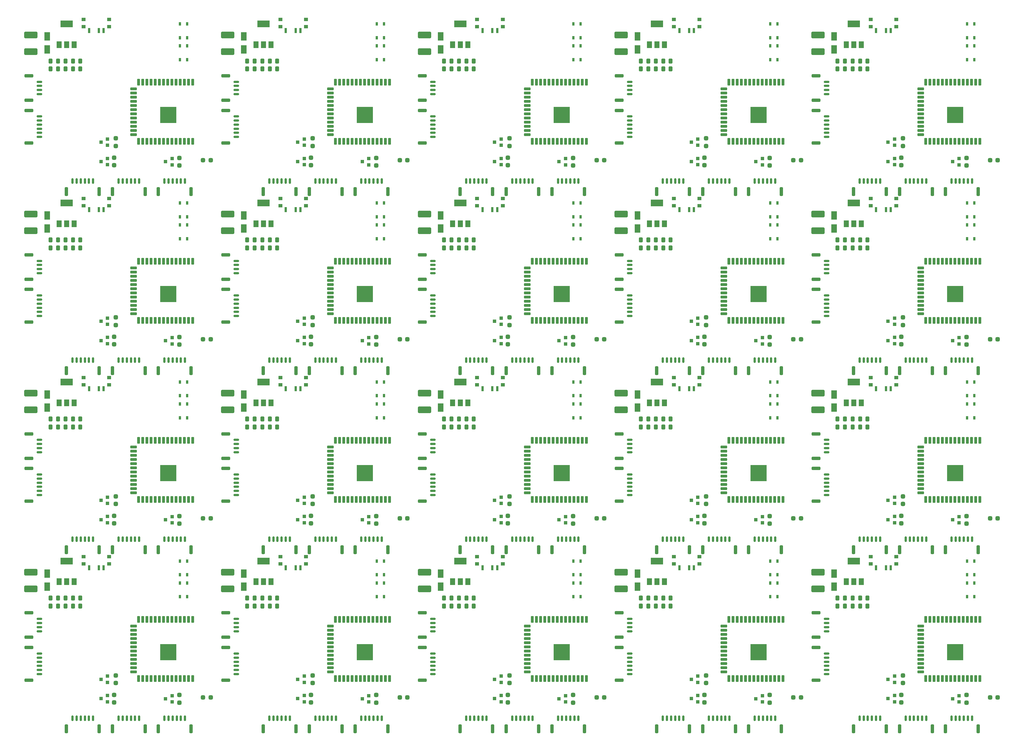
<source format=gbr>
%TF.GenerationSoftware,KiCad,Pcbnew,8.0.4*%
%TF.CreationDate,2024-11-04T15:19:49+09:00*%
%TF.ProjectId,L-SEAT V2.0,4c2d5345-4154-4205-9632-2e302e6b6963,rev?*%
%TF.SameCoordinates,Original*%
%TF.FileFunction,Paste,Bot*%
%TF.FilePolarity,Positive*%
%FSLAX46Y46*%
G04 Gerber Fmt 4.6, Leading zero omitted, Abs format (unit mm)*
G04 Created by KiCad (PCBNEW 8.0.4) date 2024-11-04 15:19:49*
%MOMM*%
%LPD*%
G01*
G04 APERTURE LIST*
G04 Aperture macros list*
%AMRoundRect*
0 Rectangle with rounded corners*
0 $1 Rounding radius*
0 $2 $3 $4 $5 $6 $7 $8 $9 X,Y pos of 4 corners*
0 Add a 4 corners polygon primitive as box body*
4,1,4,$2,$3,$4,$5,$6,$7,$8,$9,$2,$3,0*
0 Add four circle primitives for the rounded corners*
1,1,$1+$1,$2,$3*
1,1,$1+$1,$4,$5*
1,1,$1+$1,$6,$7*
1,1,$1+$1,$8,$9*
0 Add four rect primitives between the rounded corners*
20,1,$1+$1,$2,$3,$4,$5,0*
20,1,$1+$1,$4,$5,$6,$7,0*
20,1,$1+$1,$6,$7,$8,$9,0*
20,1,$1+$1,$8,$9,$2,$3,0*%
G04 Aperture macros list end*
%ADD10RoundRect,0.325000X-0.325000X0.325000X-0.325000X-0.325000X0.325000X-0.325000X0.325000X0.325000X0*%
%ADD11RoundRect,0.325000X-0.325000X-0.325000X0.325000X-0.325000X0.325000X0.325000X-0.325000X0.325000X0*%
%ADD12RoundRect,0.294118X1.705882X-0.705882X1.705882X0.705882X-1.705882X0.705882X-1.705882X-0.705882X0*%
%ADD13RoundRect,0.312500X-0.312500X0.437500X-0.312500X-0.437500X0.312500X-0.437500X0.312500X0.437500X0*%
%ADD14RoundRect,0.150000X0.700000X-0.150000X0.700000X0.150000X-0.700000X0.150000X-0.700000X-0.150000X0*%
%ADD15RoundRect,0.250000X1.100000X-0.250000X1.100000X0.250000X-1.100000X0.250000X-1.100000X-0.250000X0*%
%ADD16RoundRect,0.150000X0.150000X0.700000X-0.150000X0.700000X-0.150000X-0.700000X0.150000X-0.700000X0*%
%ADD17RoundRect,0.250000X0.250000X1.100000X-0.250000X1.100000X-0.250000X-1.100000X0.250000X-1.100000X0*%
%ADD18R,1.100000X1.000000*%
%ADD19R,0.700000X1.100000*%
%ADD20RoundRect,0.225000X0.225000X-0.775000X0.225000X0.775000X-0.225000X0.775000X-0.225000X-0.775000X0*%
%ADD21RoundRect,0.225000X-0.775000X-0.225000X0.775000X-0.225000X0.775000X0.225000X-0.775000X0.225000X0*%
%ADD22R,5.000000X5.000000*%
%ADD23R,1.500000X2.000000*%
%ADD24R,3.800000X2.000000*%
%ADD25R,1.800000X2.500000*%
%ADD26R,0.800000X1.600000*%
%ADD27R,1.200000X1.000000*%
G04 APERTURE END LIST*
D10*
%TO.C,R6*%
X304262000Y-252058000D03*
X304262000Y-254358000D03*
%TD*%
D11*
%TO.C,R4*%
X330845000Y-258740000D03*
X333145000Y-258740000D03*
%TD*%
D12*
%TO.C,J1*%
X278360000Y-225605000D03*
%TD*%
D13*
%TO.C,C7*%
X293395000Y-228440000D03*
X293395000Y-230840000D03*
%TD*%
D14*
%TO.C,J6*%
X280940000Y-238550000D03*
X280940000Y-237300000D03*
X280940000Y-236050000D03*
X280940000Y-234800000D03*
D15*
X277740000Y-240400000D03*
X277740000Y-232950000D03*
%TD*%
D13*
%TO.C,C5*%
X288895000Y-228440000D03*
X288895000Y-230840000D03*
%TD*%
%TO.C,C6*%
X291195000Y-228440000D03*
X291195000Y-230840000D03*
%TD*%
D16*
%TO.C,J05*%
X311346000Y-265074000D03*
X310096000Y-265074000D03*
X308846000Y-265074000D03*
X307596000Y-265074000D03*
X306346000Y-265074000D03*
X305096000Y-265074000D03*
D17*
X313196000Y-268274000D03*
X303246000Y-268274000D03*
%TD*%
D16*
%TO.C,J3*%
X297295000Y-265074000D03*
X296045000Y-265074000D03*
X294795000Y-265074000D03*
X293545000Y-265074000D03*
X292295000Y-265074000D03*
X291045000Y-265074000D03*
D17*
X299145000Y-268274000D03*
X289195000Y-268274000D03*
%TD*%
D18*
%TO.C,Q13*%
X301722000Y-258166000D03*
X301722000Y-260066000D03*
X299722000Y-259116000D03*
%TD*%
%TO.C,Q24*%
X321380000Y-258220000D03*
X321380000Y-260120000D03*
X319380000Y-259170000D03*
%TD*%
D19*
%TO.C,SW3*%
X323795000Y-217140000D03*
X323795000Y-221340000D03*
X325995000Y-217140000D03*
X325995000Y-221340000D03*
%TD*%
D14*
%TO.C,J8*%
X280940000Y-251615000D03*
X280940000Y-250365000D03*
X280940000Y-249115000D03*
X280940000Y-247865000D03*
X280940000Y-246615000D03*
X280940000Y-245365000D03*
D15*
X277740000Y-253465000D03*
X277740000Y-243515000D03*
%TD*%
D20*
%TO.C,U2*%
X327710000Y-252940000D03*
X326440000Y-252940000D03*
X325170000Y-252940000D03*
X323900000Y-252940000D03*
X322630000Y-252940000D03*
X321360000Y-252940000D03*
X320090000Y-252940000D03*
X318820000Y-252940000D03*
X317550000Y-252940000D03*
X316280000Y-252940000D03*
X315010000Y-252940000D03*
X313740000Y-252940000D03*
X312470000Y-252940000D03*
X311200000Y-252940000D03*
D21*
X309680000Y-250930000D03*
X309680000Y-249655000D03*
X309680000Y-248380000D03*
X309680000Y-247110000D03*
X309680000Y-245840000D03*
X309680000Y-244580000D03*
X309680000Y-243310000D03*
X309680000Y-242040000D03*
X309680000Y-240770000D03*
X309680000Y-239495000D03*
X309680000Y-238230000D03*
X309680000Y-236960000D03*
D20*
X311190000Y-234950000D03*
X312460000Y-234950000D03*
X313730000Y-234950000D03*
X315000000Y-234950000D03*
X316270000Y-234950000D03*
X317540000Y-234950000D03*
X318810000Y-234950000D03*
X320080000Y-234950000D03*
X321350000Y-234950000D03*
X322620000Y-234950000D03*
X323890000Y-234950000D03*
X325160000Y-234950000D03*
X326430000Y-234950000D03*
X327700000Y-234950000D03*
D22*
X320195000Y-244940000D03*
%TD*%
D10*
%TO.C,R62*%
X323650000Y-258010000D03*
X323650000Y-260310000D03*
%TD*%
D19*
%TO.C,SW6*%
X323795000Y-223840000D03*
X323795000Y-228040000D03*
X325995000Y-223840000D03*
X325995000Y-228040000D03*
%TD*%
D12*
%TO.C,J2*%
X278360000Y-220520000D03*
%TD*%
D13*
%TO.C,C2*%
X284295000Y-228440000D03*
X284295000Y-230840000D03*
%TD*%
D10*
%TO.C,R7*%
X303754000Y-257966000D03*
X303754000Y-260266000D03*
%TD*%
D18*
%TO.C,Q12*%
X301706000Y-252258000D03*
X301706000Y-254158000D03*
X299706000Y-253208000D03*
%TD*%
D23*
%TO.C,U1*%
X291570000Y-223470000D03*
X289270000Y-223470000D03*
X286970000Y-223470000D03*
D24*
X289270000Y-217170000D03*
%TD*%
D13*
%TO.C,C4*%
X286595000Y-228440000D03*
X286595000Y-230840000D03*
%TD*%
D25*
%TO.C,D1*%
X283290000Y-224940000D03*
X283290000Y-220940000D03*
%TD*%
D16*
%TO.C,J20*%
X325316000Y-265074000D03*
X324066000Y-265074000D03*
X322816000Y-265074000D03*
X321566000Y-265074000D03*
X320316000Y-265074000D03*
X319066000Y-265074000D03*
D17*
X327166000Y-268274000D03*
X317216000Y-268274000D03*
%TD*%
D26*
%TO.C,SW1*%
X296070000Y-219200000D03*
X299070000Y-219200000D03*
X300520000Y-219200000D03*
D27*
X302220000Y-215800000D03*
X294420000Y-215800000D03*
X302220000Y-218000000D03*
X294420000Y-218000000D03*
%TD*%
D10*
%TO.C,R6*%
X244262000Y-252058000D03*
X244262000Y-254358000D03*
%TD*%
D11*
%TO.C,R4*%
X270845000Y-258740000D03*
X273145000Y-258740000D03*
%TD*%
D12*
%TO.C,J1*%
X218360000Y-225605000D03*
%TD*%
D13*
%TO.C,C7*%
X233395000Y-228440000D03*
X233395000Y-230840000D03*
%TD*%
D14*
%TO.C,J6*%
X220940000Y-238550000D03*
X220940000Y-237300000D03*
X220940000Y-236050000D03*
X220940000Y-234800000D03*
D15*
X217740000Y-240400000D03*
X217740000Y-232950000D03*
%TD*%
D13*
%TO.C,C5*%
X228895000Y-228440000D03*
X228895000Y-230840000D03*
%TD*%
%TO.C,C6*%
X231195000Y-228440000D03*
X231195000Y-230840000D03*
%TD*%
D16*
%TO.C,J05*%
X251346000Y-265074000D03*
X250096000Y-265074000D03*
X248846000Y-265074000D03*
X247596000Y-265074000D03*
X246346000Y-265074000D03*
X245096000Y-265074000D03*
D17*
X253196000Y-268274000D03*
X243246000Y-268274000D03*
%TD*%
D16*
%TO.C,J3*%
X237295000Y-265074000D03*
X236045000Y-265074000D03*
X234795000Y-265074000D03*
X233545000Y-265074000D03*
X232295000Y-265074000D03*
X231045000Y-265074000D03*
D17*
X239145000Y-268274000D03*
X229195000Y-268274000D03*
%TD*%
D18*
%TO.C,Q13*%
X241722000Y-258166000D03*
X241722000Y-260066000D03*
X239722000Y-259116000D03*
%TD*%
%TO.C,Q24*%
X261380000Y-258220000D03*
X261380000Y-260120000D03*
X259380000Y-259170000D03*
%TD*%
D19*
%TO.C,SW3*%
X263795000Y-217140000D03*
X263795000Y-221340000D03*
X265995000Y-217140000D03*
X265995000Y-221340000D03*
%TD*%
D14*
%TO.C,J8*%
X220940000Y-251615000D03*
X220940000Y-250365000D03*
X220940000Y-249115000D03*
X220940000Y-247865000D03*
X220940000Y-246615000D03*
X220940000Y-245365000D03*
D15*
X217740000Y-253465000D03*
X217740000Y-243515000D03*
%TD*%
D20*
%TO.C,U2*%
X267710000Y-252940000D03*
X266440000Y-252940000D03*
X265170000Y-252940000D03*
X263900000Y-252940000D03*
X262630000Y-252940000D03*
X261360000Y-252940000D03*
X260090000Y-252940000D03*
X258820000Y-252940000D03*
X257550000Y-252940000D03*
X256280000Y-252940000D03*
X255010000Y-252940000D03*
X253740000Y-252940000D03*
X252470000Y-252940000D03*
X251200000Y-252940000D03*
D21*
X249680000Y-250930000D03*
X249680000Y-249655000D03*
X249680000Y-248380000D03*
X249680000Y-247110000D03*
X249680000Y-245840000D03*
X249680000Y-244580000D03*
X249680000Y-243310000D03*
X249680000Y-242040000D03*
X249680000Y-240770000D03*
X249680000Y-239495000D03*
X249680000Y-238230000D03*
X249680000Y-236960000D03*
D20*
X251190000Y-234950000D03*
X252460000Y-234950000D03*
X253730000Y-234950000D03*
X255000000Y-234950000D03*
X256270000Y-234950000D03*
X257540000Y-234950000D03*
X258810000Y-234950000D03*
X260080000Y-234950000D03*
X261350000Y-234950000D03*
X262620000Y-234950000D03*
X263890000Y-234950000D03*
X265160000Y-234950000D03*
X266430000Y-234950000D03*
X267700000Y-234950000D03*
D22*
X260195000Y-244940000D03*
%TD*%
D10*
%TO.C,R62*%
X263650000Y-258010000D03*
X263650000Y-260310000D03*
%TD*%
D19*
%TO.C,SW6*%
X263795000Y-223840000D03*
X263795000Y-228040000D03*
X265995000Y-223840000D03*
X265995000Y-228040000D03*
%TD*%
D12*
%TO.C,J2*%
X218360000Y-220520000D03*
%TD*%
D13*
%TO.C,C2*%
X224295000Y-228440000D03*
X224295000Y-230840000D03*
%TD*%
D10*
%TO.C,R7*%
X243754000Y-257966000D03*
X243754000Y-260266000D03*
%TD*%
D18*
%TO.C,Q12*%
X241706000Y-252258000D03*
X241706000Y-254158000D03*
X239706000Y-253208000D03*
%TD*%
D23*
%TO.C,U1*%
X231570000Y-223470000D03*
X229270000Y-223470000D03*
X226970000Y-223470000D03*
D24*
X229270000Y-217170000D03*
%TD*%
D13*
%TO.C,C4*%
X226595000Y-228440000D03*
X226595000Y-230840000D03*
%TD*%
D25*
%TO.C,D1*%
X223290000Y-224940000D03*
X223290000Y-220940000D03*
%TD*%
D16*
%TO.C,J20*%
X265316000Y-265074000D03*
X264066000Y-265074000D03*
X262816000Y-265074000D03*
X261566000Y-265074000D03*
X260316000Y-265074000D03*
X259066000Y-265074000D03*
D17*
X267166000Y-268274000D03*
X257216000Y-268274000D03*
%TD*%
D26*
%TO.C,SW1*%
X236070000Y-219200000D03*
X239070000Y-219200000D03*
X240520000Y-219200000D03*
D27*
X242220000Y-215800000D03*
X234420000Y-215800000D03*
X242220000Y-218000000D03*
X234420000Y-218000000D03*
%TD*%
D10*
%TO.C,R6*%
X184262000Y-252058000D03*
X184262000Y-254358000D03*
%TD*%
D11*
%TO.C,R4*%
X210845000Y-258740000D03*
X213145000Y-258740000D03*
%TD*%
D12*
%TO.C,J1*%
X158360000Y-225605000D03*
%TD*%
D13*
%TO.C,C7*%
X173395000Y-228440000D03*
X173395000Y-230840000D03*
%TD*%
D14*
%TO.C,J6*%
X160940000Y-238550000D03*
X160940000Y-237300000D03*
X160940000Y-236050000D03*
X160940000Y-234800000D03*
D15*
X157740000Y-240400000D03*
X157740000Y-232950000D03*
%TD*%
D13*
%TO.C,C5*%
X168895000Y-228440000D03*
X168895000Y-230840000D03*
%TD*%
%TO.C,C6*%
X171195000Y-228440000D03*
X171195000Y-230840000D03*
%TD*%
D16*
%TO.C,J05*%
X191346000Y-265074000D03*
X190096000Y-265074000D03*
X188846000Y-265074000D03*
X187596000Y-265074000D03*
X186346000Y-265074000D03*
X185096000Y-265074000D03*
D17*
X193196000Y-268274000D03*
X183246000Y-268274000D03*
%TD*%
D16*
%TO.C,J3*%
X177295000Y-265074000D03*
X176045000Y-265074000D03*
X174795000Y-265074000D03*
X173545000Y-265074000D03*
X172295000Y-265074000D03*
X171045000Y-265074000D03*
D17*
X179145000Y-268274000D03*
X169195000Y-268274000D03*
%TD*%
D18*
%TO.C,Q13*%
X181722000Y-258166000D03*
X181722000Y-260066000D03*
X179722000Y-259116000D03*
%TD*%
%TO.C,Q24*%
X201380000Y-258220000D03*
X201380000Y-260120000D03*
X199380000Y-259170000D03*
%TD*%
D19*
%TO.C,SW3*%
X203795000Y-217140000D03*
X203795000Y-221340000D03*
X205995000Y-217140000D03*
X205995000Y-221340000D03*
%TD*%
D14*
%TO.C,J8*%
X160940000Y-251615000D03*
X160940000Y-250365000D03*
X160940000Y-249115000D03*
X160940000Y-247865000D03*
X160940000Y-246615000D03*
X160940000Y-245365000D03*
D15*
X157740000Y-253465000D03*
X157740000Y-243515000D03*
%TD*%
D20*
%TO.C,U2*%
X207710000Y-252940000D03*
X206440000Y-252940000D03*
X205170000Y-252940000D03*
X203900000Y-252940000D03*
X202630000Y-252940000D03*
X201360000Y-252940000D03*
X200090000Y-252940000D03*
X198820000Y-252940000D03*
X197550000Y-252940000D03*
X196280000Y-252940000D03*
X195010000Y-252940000D03*
X193740000Y-252940000D03*
X192470000Y-252940000D03*
X191200000Y-252940000D03*
D21*
X189680000Y-250930000D03*
X189680000Y-249655000D03*
X189680000Y-248380000D03*
X189680000Y-247110000D03*
X189680000Y-245840000D03*
X189680000Y-244580000D03*
X189680000Y-243310000D03*
X189680000Y-242040000D03*
X189680000Y-240770000D03*
X189680000Y-239495000D03*
X189680000Y-238230000D03*
X189680000Y-236960000D03*
D20*
X191190000Y-234950000D03*
X192460000Y-234950000D03*
X193730000Y-234950000D03*
X195000000Y-234950000D03*
X196270000Y-234950000D03*
X197540000Y-234950000D03*
X198810000Y-234950000D03*
X200080000Y-234950000D03*
X201350000Y-234950000D03*
X202620000Y-234950000D03*
X203890000Y-234950000D03*
X205160000Y-234950000D03*
X206430000Y-234950000D03*
X207700000Y-234950000D03*
D22*
X200195000Y-244940000D03*
%TD*%
D10*
%TO.C,R62*%
X203650000Y-258010000D03*
X203650000Y-260310000D03*
%TD*%
D19*
%TO.C,SW6*%
X203795000Y-223840000D03*
X203795000Y-228040000D03*
X205995000Y-223840000D03*
X205995000Y-228040000D03*
%TD*%
D12*
%TO.C,J2*%
X158360000Y-220520000D03*
%TD*%
D13*
%TO.C,C2*%
X164295000Y-228440000D03*
X164295000Y-230840000D03*
%TD*%
D10*
%TO.C,R7*%
X183754000Y-257966000D03*
X183754000Y-260266000D03*
%TD*%
D18*
%TO.C,Q12*%
X181706000Y-252258000D03*
X181706000Y-254158000D03*
X179706000Y-253208000D03*
%TD*%
D23*
%TO.C,U1*%
X171570000Y-223470000D03*
X169270000Y-223470000D03*
X166970000Y-223470000D03*
D24*
X169270000Y-217170000D03*
%TD*%
D13*
%TO.C,C4*%
X166595000Y-228440000D03*
X166595000Y-230840000D03*
%TD*%
D25*
%TO.C,D1*%
X163290000Y-224940000D03*
X163290000Y-220940000D03*
%TD*%
D16*
%TO.C,J20*%
X205316000Y-265074000D03*
X204066000Y-265074000D03*
X202816000Y-265074000D03*
X201566000Y-265074000D03*
X200316000Y-265074000D03*
X199066000Y-265074000D03*
D17*
X207166000Y-268274000D03*
X197216000Y-268274000D03*
%TD*%
D26*
%TO.C,SW1*%
X176070000Y-219200000D03*
X179070000Y-219200000D03*
X180520000Y-219200000D03*
D27*
X182220000Y-215800000D03*
X174420000Y-215800000D03*
X182220000Y-218000000D03*
X174420000Y-218000000D03*
%TD*%
D10*
%TO.C,R6*%
X124262000Y-252058000D03*
X124262000Y-254358000D03*
%TD*%
D11*
%TO.C,R4*%
X150845000Y-258740000D03*
X153145000Y-258740000D03*
%TD*%
D12*
%TO.C,J1*%
X98360000Y-225605000D03*
%TD*%
D13*
%TO.C,C7*%
X113395000Y-228440000D03*
X113395000Y-230840000D03*
%TD*%
D14*
%TO.C,J6*%
X100940000Y-238550000D03*
X100940000Y-237300000D03*
X100940000Y-236050000D03*
X100940000Y-234800000D03*
D15*
X97740000Y-240400000D03*
X97740000Y-232950000D03*
%TD*%
D13*
%TO.C,C5*%
X108895000Y-228440000D03*
X108895000Y-230840000D03*
%TD*%
%TO.C,C6*%
X111195000Y-228440000D03*
X111195000Y-230840000D03*
%TD*%
D16*
%TO.C,J05*%
X131346000Y-265074000D03*
X130096000Y-265074000D03*
X128846000Y-265074000D03*
X127596000Y-265074000D03*
X126346000Y-265074000D03*
X125096000Y-265074000D03*
D17*
X133196000Y-268274000D03*
X123246000Y-268274000D03*
%TD*%
D16*
%TO.C,J3*%
X117295000Y-265074000D03*
X116045000Y-265074000D03*
X114795000Y-265074000D03*
X113545000Y-265074000D03*
X112295000Y-265074000D03*
X111045000Y-265074000D03*
D17*
X119145000Y-268274000D03*
X109195000Y-268274000D03*
%TD*%
D18*
%TO.C,Q13*%
X121722000Y-258166000D03*
X121722000Y-260066000D03*
X119722000Y-259116000D03*
%TD*%
%TO.C,Q24*%
X141380000Y-258220000D03*
X141380000Y-260120000D03*
X139380000Y-259170000D03*
%TD*%
D19*
%TO.C,SW3*%
X143795000Y-217140000D03*
X143795000Y-221340000D03*
X145995000Y-217140000D03*
X145995000Y-221340000D03*
%TD*%
D14*
%TO.C,J8*%
X100940000Y-251615000D03*
X100940000Y-250365000D03*
X100940000Y-249115000D03*
X100940000Y-247865000D03*
X100940000Y-246615000D03*
X100940000Y-245365000D03*
D15*
X97740000Y-253465000D03*
X97740000Y-243515000D03*
%TD*%
D20*
%TO.C,U2*%
X147710000Y-252940000D03*
X146440000Y-252940000D03*
X145170000Y-252940000D03*
X143900000Y-252940000D03*
X142630000Y-252940000D03*
X141360000Y-252940000D03*
X140090000Y-252940000D03*
X138820000Y-252940000D03*
X137550000Y-252940000D03*
X136280000Y-252940000D03*
X135010000Y-252940000D03*
X133740000Y-252940000D03*
X132470000Y-252940000D03*
X131200000Y-252940000D03*
D21*
X129680000Y-250930000D03*
X129680000Y-249655000D03*
X129680000Y-248380000D03*
X129680000Y-247110000D03*
X129680000Y-245840000D03*
X129680000Y-244580000D03*
X129680000Y-243310000D03*
X129680000Y-242040000D03*
X129680000Y-240770000D03*
X129680000Y-239495000D03*
X129680000Y-238230000D03*
X129680000Y-236960000D03*
D20*
X131190000Y-234950000D03*
X132460000Y-234950000D03*
X133730000Y-234950000D03*
X135000000Y-234950000D03*
X136270000Y-234950000D03*
X137540000Y-234950000D03*
X138810000Y-234950000D03*
X140080000Y-234950000D03*
X141350000Y-234950000D03*
X142620000Y-234950000D03*
X143890000Y-234950000D03*
X145160000Y-234950000D03*
X146430000Y-234950000D03*
X147700000Y-234950000D03*
D22*
X140195000Y-244940000D03*
%TD*%
D10*
%TO.C,R62*%
X143650000Y-258010000D03*
X143650000Y-260310000D03*
%TD*%
D19*
%TO.C,SW6*%
X143795000Y-223840000D03*
X143795000Y-228040000D03*
X145995000Y-223840000D03*
X145995000Y-228040000D03*
%TD*%
D12*
%TO.C,J2*%
X98360000Y-220520000D03*
%TD*%
D13*
%TO.C,C2*%
X104295000Y-228440000D03*
X104295000Y-230840000D03*
%TD*%
D10*
%TO.C,R7*%
X123754000Y-257966000D03*
X123754000Y-260266000D03*
%TD*%
D18*
%TO.C,Q12*%
X121706000Y-252258000D03*
X121706000Y-254158000D03*
X119706000Y-253208000D03*
%TD*%
D23*
%TO.C,U1*%
X111570000Y-223470000D03*
X109270000Y-223470000D03*
X106970000Y-223470000D03*
D24*
X109270000Y-217170000D03*
%TD*%
D13*
%TO.C,C4*%
X106595000Y-228440000D03*
X106595000Y-230840000D03*
%TD*%
D25*
%TO.C,D1*%
X103290000Y-224940000D03*
X103290000Y-220940000D03*
%TD*%
D16*
%TO.C,J20*%
X145316000Y-265074000D03*
X144066000Y-265074000D03*
X142816000Y-265074000D03*
X141566000Y-265074000D03*
X140316000Y-265074000D03*
X139066000Y-265074000D03*
D17*
X147166000Y-268274000D03*
X137216000Y-268274000D03*
%TD*%
D26*
%TO.C,SW1*%
X116070000Y-219200000D03*
X119070000Y-219200000D03*
X120520000Y-219200000D03*
D27*
X122220000Y-215800000D03*
X114420000Y-215800000D03*
X122220000Y-218000000D03*
X114420000Y-218000000D03*
%TD*%
D10*
%TO.C,R6*%
X64262000Y-252058000D03*
X64262000Y-254358000D03*
%TD*%
D11*
%TO.C,R4*%
X90845000Y-258740000D03*
X93145000Y-258740000D03*
%TD*%
D12*
%TO.C,J1*%
X38360000Y-225605000D03*
%TD*%
D13*
%TO.C,C7*%
X53395000Y-228440000D03*
X53395000Y-230840000D03*
%TD*%
D14*
%TO.C,J6*%
X40940000Y-238550000D03*
X40940000Y-237300000D03*
X40940000Y-236050000D03*
X40940000Y-234800000D03*
D15*
X37740000Y-240400000D03*
X37740000Y-232950000D03*
%TD*%
D13*
%TO.C,C5*%
X48895000Y-228440000D03*
X48895000Y-230840000D03*
%TD*%
%TO.C,C6*%
X51195000Y-228440000D03*
X51195000Y-230840000D03*
%TD*%
D16*
%TO.C,J05*%
X71346000Y-265074000D03*
X70096000Y-265074000D03*
X68846000Y-265074000D03*
X67596000Y-265074000D03*
X66346000Y-265074000D03*
X65096000Y-265074000D03*
D17*
X73196000Y-268274000D03*
X63246000Y-268274000D03*
%TD*%
D16*
%TO.C,J3*%
X57295000Y-265074000D03*
X56045000Y-265074000D03*
X54795000Y-265074000D03*
X53545000Y-265074000D03*
X52295000Y-265074000D03*
X51045000Y-265074000D03*
D17*
X59145000Y-268274000D03*
X49195000Y-268274000D03*
%TD*%
D18*
%TO.C,Q13*%
X61722000Y-258166000D03*
X61722000Y-260066000D03*
X59722000Y-259116000D03*
%TD*%
%TO.C,Q24*%
X81380000Y-258220000D03*
X81380000Y-260120000D03*
X79380000Y-259170000D03*
%TD*%
D19*
%TO.C,SW3*%
X83795000Y-217140000D03*
X83795000Y-221340000D03*
X85995000Y-217140000D03*
X85995000Y-221340000D03*
%TD*%
D14*
%TO.C,J8*%
X40940000Y-251615000D03*
X40940000Y-250365000D03*
X40940000Y-249115000D03*
X40940000Y-247865000D03*
X40940000Y-246615000D03*
X40940000Y-245365000D03*
D15*
X37740000Y-253465000D03*
X37740000Y-243515000D03*
%TD*%
D20*
%TO.C,U2*%
X87710000Y-252940000D03*
X86440000Y-252940000D03*
X85170000Y-252940000D03*
X83900000Y-252940000D03*
X82630000Y-252940000D03*
X81360000Y-252940000D03*
X80090000Y-252940000D03*
X78820000Y-252940000D03*
X77550000Y-252940000D03*
X76280000Y-252940000D03*
X75010000Y-252940000D03*
X73740000Y-252940000D03*
X72470000Y-252940000D03*
X71200000Y-252940000D03*
D21*
X69680000Y-250930000D03*
X69680000Y-249655000D03*
X69680000Y-248380000D03*
X69680000Y-247110000D03*
X69680000Y-245840000D03*
X69680000Y-244580000D03*
X69680000Y-243310000D03*
X69680000Y-242040000D03*
X69680000Y-240770000D03*
X69680000Y-239495000D03*
X69680000Y-238230000D03*
X69680000Y-236960000D03*
D20*
X71190000Y-234950000D03*
X72460000Y-234950000D03*
X73730000Y-234950000D03*
X75000000Y-234950000D03*
X76270000Y-234950000D03*
X77540000Y-234950000D03*
X78810000Y-234950000D03*
X80080000Y-234950000D03*
X81350000Y-234950000D03*
X82620000Y-234950000D03*
X83890000Y-234950000D03*
X85160000Y-234950000D03*
X86430000Y-234950000D03*
X87700000Y-234950000D03*
D22*
X80195000Y-244940000D03*
%TD*%
D10*
%TO.C,R62*%
X83650000Y-258010000D03*
X83650000Y-260310000D03*
%TD*%
D19*
%TO.C,SW6*%
X83795000Y-223840000D03*
X83795000Y-228040000D03*
X85995000Y-223840000D03*
X85995000Y-228040000D03*
%TD*%
D12*
%TO.C,J2*%
X38360000Y-220520000D03*
%TD*%
D13*
%TO.C,C2*%
X44295000Y-228440000D03*
X44295000Y-230840000D03*
%TD*%
D10*
%TO.C,R7*%
X63754000Y-257966000D03*
X63754000Y-260266000D03*
%TD*%
D18*
%TO.C,Q12*%
X61706000Y-252258000D03*
X61706000Y-254158000D03*
X59706000Y-253208000D03*
%TD*%
D23*
%TO.C,U1*%
X51570000Y-223470000D03*
X49270000Y-223470000D03*
X46970000Y-223470000D03*
D24*
X49270000Y-217170000D03*
%TD*%
D13*
%TO.C,C4*%
X46595000Y-228440000D03*
X46595000Y-230840000D03*
%TD*%
D25*
%TO.C,D1*%
X43290000Y-224940000D03*
X43290000Y-220940000D03*
%TD*%
D16*
%TO.C,J20*%
X85316000Y-265074000D03*
X84066000Y-265074000D03*
X82816000Y-265074000D03*
X81566000Y-265074000D03*
X80316000Y-265074000D03*
X79066000Y-265074000D03*
D17*
X87166000Y-268274000D03*
X77216000Y-268274000D03*
%TD*%
D26*
%TO.C,SW1*%
X56070000Y-219200000D03*
X59070000Y-219200000D03*
X60520000Y-219200000D03*
D27*
X62220000Y-215800000D03*
X54420000Y-215800000D03*
X62220000Y-218000000D03*
X54420000Y-218000000D03*
%TD*%
D10*
%TO.C,R6*%
X304262000Y-197458000D03*
X304262000Y-199758000D03*
%TD*%
D11*
%TO.C,R4*%
X330845000Y-204140000D03*
X333145000Y-204140000D03*
%TD*%
D12*
%TO.C,J1*%
X278360000Y-171005000D03*
%TD*%
D13*
%TO.C,C7*%
X293395000Y-173840000D03*
X293395000Y-176240000D03*
%TD*%
D14*
%TO.C,J6*%
X280940000Y-183950000D03*
X280940000Y-182700000D03*
X280940000Y-181450000D03*
X280940000Y-180200000D03*
D15*
X277740000Y-185800000D03*
X277740000Y-178350000D03*
%TD*%
D13*
%TO.C,C5*%
X288895000Y-173840000D03*
X288895000Y-176240000D03*
%TD*%
%TO.C,C6*%
X291195000Y-173840000D03*
X291195000Y-176240000D03*
%TD*%
D16*
%TO.C,J05*%
X311346000Y-210474000D03*
X310096000Y-210474000D03*
X308846000Y-210474000D03*
X307596000Y-210474000D03*
X306346000Y-210474000D03*
X305096000Y-210474000D03*
D17*
X313196000Y-213674000D03*
X303246000Y-213674000D03*
%TD*%
D16*
%TO.C,J3*%
X297295000Y-210474000D03*
X296045000Y-210474000D03*
X294795000Y-210474000D03*
X293545000Y-210474000D03*
X292295000Y-210474000D03*
X291045000Y-210474000D03*
D17*
X299145000Y-213674000D03*
X289195000Y-213674000D03*
%TD*%
D18*
%TO.C,Q13*%
X301722000Y-203566000D03*
X301722000Y-205466000D03*
X299722000Y-204516000D03*
%TD*%
%TO.C,Q24*%
X321380000Y-203620000D03*
X321380000Y-205520000D03*
X319380000Y-204570000D03*
%TD*%
D19*
%TO.C,SW3*%
X323795000Y-162540000D03*
X323795000Y-166740000D03*
X325995000Y-162540000D03*
X325995000Y-166740000D03*
%TD*%
D14*
%TO.C,J8*%
X280940000Y-197015000D03*
X280940000Y-195765000D03*
X280940000Y-194515000D03*
X280940000Y-193265000D03*
X280940000Y-192015000D03*
X280940000Y-190765000D03*
D15*
X277740000Y-198865000D03*
X277740000Y-188915000D03*
%TD*%
D20*
%TO.C,U2*%
X327710000Y-198340000D03*
X326440000Y-198340000D03*
X325170000Y-198340000D03*
X323900000Y-198340000D03*
X322630000Y-198340000D03*
X321360000Y-198340000D03*
X320090000Y-198340000D03*
X318820000Y-198340000D03*
X317550000Y-198340000D03*
X316280000Y-198340000D03*
X315010000Y-198340000D03*
X313740000Y-198340000D03*
X312470000Y-198340000D03*
X311200000Y-198340000D03*
D21*
X309680000Y-196330000D03*
X309680000Y-195055000D03*
X309680000Y-193780000D03*
X309680000Y-192510000D03*
X309680000Y-191240000D03*
X309680000Y-189980000D03*
X309680000Y-188710000D03*
X309680000Y-187440000D03*
X309680000Y-186170000D03*
X309680000Y-184895000D03*
X309680000Y-183630000D03*
X309680000Y-182360000D03*
D20*
X311190000Y-180350000D03*
X312460000Y-180350000D03*
X313730000Y-180350000D03*
X315000000Y-180350000D03*
X316270000Y-180350000D03*
X317540000Y-180350000D03*
X318810000Y-180350000D03*
X320080000Y-180350000D03*
X321350000Y-180350000D03*
X322620000Y-180350000D03*
X323890000Y-180350000D03*
X325160000Y-180350000D03*
X326430000Y-180350000D03*
X327700000Y-180350000D03*
D22*
X320195000Y-190340000D03*
%TD*%
D10*
%TO.C,R62*%
X323650000Y-203410000D03*
X323650000Y-205710000D03*
%TD*%
D19*
%TO.C,SW6*%
X323795000Y-169240000D03*
X323795000Y-173440000D03*
X325995000Y-169240000D03*
X325995000Y-173440000D03*
%TD*%
D12*
%TO.C,J2*%
X278360000Y-165920000D03*
%TD*%
D13*
%TO.C,C2*%
X284295000Y-173840000D03*
X284295000Y-176240000D03*
%TD*%
D10*
%TO.C,R7*%
X303754000Y-203366000D03*
X303754000Y-205666000D03*
%TD*%
D18*
%TO.C,Q12*%
X301706000Y-197658000D03*
X301706000Y-199558000D03*
X299706000Y-198608000D03*
%TD*%
D23*
%TO.C,U1*%
X291570000Y-168870000D03*
X289270000Y-168870000D03*
X286970000Y-168870000D03*
D24*
X289270000Y-162570000D03*
%TD*%
D13*
%TO.C,C4*%
X286595000Y-173840000D03*
X286595000Y-176240000D03*
%TD*%
D25*
%TO.C,D1*%
X283290000Y-170340000D03*
X283290000Y-166340000D03*
%TD*%
D16*
%TO.C,J20*%
X325316000Y-210474000D03*
X324066000Y-210474000D03*
X322816000Y-210474000D03*
X321566000Y-210474000D03*
X320316000Y-210474000D03*
X319066000Y-210474000D03*
D17*
X327166000Y-213674000D03*
X317216000Y-213674000D03*
%TD*%
D26*
%TO.C,SW1*%
X296070000Y-164600000D03*
X299070000Y-164600000D03*
X300520000Y-164600000D03*
D27*
X302220000Y-161200000D03*
X294420000Y-161200000D03*
X302220000Y-163400000D03*
X294420000Y-163400000D03*
%TD*%
D10*
%TO.C,R6*%
X244262000Y-197458000D03*
X244262000Y-199758000D03*
%TD*%
D11*
%TO.C,R4*%
X270845000Y-204140000D03*
X273145000Y-204140000D03*
%TD*%
D12*
%TO.C,J1*%
X218360000Y-171005000D03*
%TD*%
D13*
%TO.C,C7*%
X233395000Y-173840000D03*
X233395000Y-176240000D03*
%TD*%
D14*
%TO.C,J6*%
X220940000Y-183950000D03*
X220940000Y-182700000D03*
X220940000Y-181450000D03*
X220940000Y-180200000D03*
D15*
X217740000Y-185800000D03*
X217740000Y-178350000D03*
%TD*%
D13*
%TO.C,C5*%
X228895000Y-173840000D03*
X228895000Y-176240000D03*
%TD*%
%TO.C,C6*%
X231195000Y-173840000D03*
X231195000Y-176240000D03*
%TD*%
D16*
%TO.C,J05*%
X251346000Y-210474000D03*
X250096000Y-210474000D03*
X248846000Y-210474000D03*
X247596000Y-210474000D03*
X246346000Y-210474000D03*
X245096000Y-210474000D03*
D17*
X253196000Y-213674000D03*
X243246000Y-213674000D03*
%TD*%
D16*
%TO.C,J3*%
X237295000Y-210474000D03*
X236045000Y-210474000D03*
X234795000Y-210474000D03*
X233545000Y-210474000D03*
X232295000Y-210474000D03*
X231045000Y-210474000D03*
D17*
X239145000Y-213674000D03*
X229195000Y-213674000D03*
%TD*%
D18*
%TO.C,Q13*%
X241722000Y-203566000D03*
X241722000Y-205466000D03*
X239722000Y-204516000D03*
%TD*%
%TO.C,Q24*%
X261380000Y-203620000D03*
X261380000Y-205520000D03*
X259380000Y-204570000D03*
%TD*%
D19*
%TO.C,SW3*%
X263795000Y-162540000D03*
X263795000Y-166740000D03*
X265995000Y-162540000D03*
X265995000Y-166740000D03*
%TD*%
D14*
%TO.C,J8*%
X220940000Y-197015000D03*
X220940000Y-195765000D03*
X220940000Y-194515000D03*
X220940000Y-193265000D03*
X220940000Y-192015000D03*
X220940000Y-190765000D03*
D15*
X217740000Y-198865000D03*
X217740000Y-188915000D03*
%TD*%
D20*
%TO.C,U2*%
X267710000Y-198340000D03*
X266440000Y-198340000D03*
X265170000Y-198340000D03*
X263900000Y-198340000D03*
X262630000Y-198340000D03*
X261360000Y-198340000D03*
X260090000Y-198340000D03*
X258820000Y-198340000D03*
X257550000Y-198340000D03*
X256280000Y-198340000D03*
X255010000Y-198340000D03*
X253740000Y-198340000D03*
X252470000Y-198340000D03*
X251200000Y-198340000D03*
D21*
X249680000Y-196330000D03*
X249680000Y-195055000D03*
X249680000Y-193780000D03*
X249680000Y-192510000D03*
X249680000Y-191240000D03*
X249680000Y-189980000D03*
X249680000Y-188710000D03*
X249680000Y-187440000D03*
X249680000Y-186170000D03*
X249680000Y-184895000D03*
X249680000Y-183630000D03*
X249680000Y-182360000D03*
D20*
X251190000Y-180350000D03*
X252460000Y-180350000D03*
X253730000Y-180350000D03*
X255000000Y-180350000D03*
X256270000Y-180350000D03*
X257540000Y-180350000D03*
X258810000Y-180350000D03*
X260080000Y-180350000D03*
X261350000Y-180350000D03*
X262620000Y-180350000D03*
X263890000Y-180350000D03*
X265160000Y-180350000D03*
X266430000Y-180350000D03*
X267700000Y-180350000D03*
D22*
X260195000Y-190340000D03*
%TD*%
D10*
%TO.C,R62*%
X263650000Y-203410000D03*
X263650000Y-205710000D03*
%TD*%
D19*
%TO.C,SW6*%
X263795000Y-169240000D03*
X263795000Y-173440000D03*
X265995000Y-169240000D03*
X265995000Y-173440000D03*
%TD*%
D12*
%TO.C,J2*%
X218360000Y-165920000D03*
%TD*%
D13*
%TO.C,C2*%
X224295000Y-173840000D03*
X224295000Y-176240000D03*
%TD*%
D10*
%TO.C,R7*%
X243754000Y-203366000D03*
X243754000Y-205666000D03*
%TD*%
D18*
%TO.C,Q12*%
X241706000Y-197658000D03*
X241706000Y-199558000D03*
X239706000Y-198608000D03*
%TD*%
D23*
%TO.C,U1*%
X231570000Y-168870000D03*
X229270000Y-168870000D03*
X226970000Y-168870000D03*
D24*
X229270000Y-162570000D03*
%TD*%
D13*
%TO.C,C4*%
X226595000Y-173840000D03*
X226595000Y-176240000D03*
%TD*%
D25*
%TO.C,D1*%
X223290000Y-170340000D03*
X223290000Y-166340000D03*
%TD*%
D16*
%TO.C,J20*%
X265316000Y-210474000D03*
X264066000Y-210474000D03*
X262816000Y-210474000D03*
X261566000Y-210474000D03*
X260316000Y-210474000D03*
X259066000Y-210474000D03*
D17*
X267166000Y-213674000D03*
X257216000Y-213674000D03*
%TD*%
D26*
%TO.C,SW1*%
X236070000Y-164600000D03*
X239070000Y-164600000D03*
X240520000Y-164600000D03*
D27*
X242220000Y-161200000D03*
X234420000Y-161200000D03*
X242220000Y-163400000D03*
X234420000Y-163400000D03*
%TD*%
D10*
%TO.C,R6*%
X184262000Y-197458000D03*
X184262000Y-199758000D03*
%TD*%
D11*
%TO.C,R4*%
X210845000Y-204140000D03*
X213145000Y-204140000D03*
%TD*%
D12*
%TO.C,J1*%
X158360000Y-171005000D03*
%TD*%
D13*
%TO.C,C7*%
X173395000Y-173840000D03*
X173395000Y-176240000D03*
%TD*%
D14*
%TO.C,J6*%
X160940000Y-183950000D03*
X160940000Y-182700000D03*
X160940000Y-181450000D03*
X160940000Y-180200000D03*
D15*
X157740000Y-185800000D03*
X157740000Y-178350000D03*
%TD*%
D13*
%TO.C,C5*%
X168895000Y-173840000D03*
X168895000Y-176240000D03*
%TD*%
%TO.C,C6*%
X171195000Y-173840000D03*
X171195000Y-176240000D03*
%TD*%
D16*
%TO.C,J05*%
X191346000Y-210474000D03*
X190096000Y-210474000D03*
X188846000Y-210474000D03*
X187596000Y-210474000D03*
X186346000Y-210474000D03*
X185096000Y-210474000D03*
D17*
X193196000Y-213674000D03*
X183246000Y-213674000D03*
%TD*%
D16*
%TO.C,J3*%
X177295000Y-210474000D03*
X176045000Y-210474000D03*
X174795000Y-210474000D03*
X173545000Y-210474000D03*
X172295000Y-210474000D03*
X171045000Y-210474000D03*
D17*
X179145000Y-213674000D03*
X169195000Y-213674000D03*
%TD*%
D18*
%TO.C,Q13*%
X181722000Y-203566000D03*
X181722000Y-205466000D03*
X179722000Y-204516000D03*
%TD*%
%TO.C,Q24*%
X201380000Y-203620000D03*
X201380000Y-205520000D03*
X199380000Y-204570000D03*
%TD*%
D19*
%TO.C,SW3*%
X203795000Y-162540000D03*
X203795000Y-166740000D03*
X205995000Y-162540000D03*
X205995000Y-166740000D03*
%TD*%
D14*
%TO.C,J8*%
X160940000Y-197015000D03*
X160940000Y-195765000D03*
X160940000Y-194515000D03*
X160940000Y-193265000D03*
X160940000Y-192015000D03*
X160940000Y-190765000D03*
D15*
X157740000Y-198865000D03*
X157740000Y-188915000D03*
%TD*%
D20*
%TO.C,U2*%
X207710000Y-198340000D03*
X206440000Y-198340000D03*
X205170000Y-198340000D03*
X203900000Y-198340000D03*
X202630000Y-198340000D03*
X201360000Y-198340000D03*
X200090000Y-198340000D03*
X198820000Y-198340000D03*
X197550000Y-198340000D03*
X196280000Y-198340000D03*
X195010000Y-198340000D03*
X193740000Y-198340000D03*
X192470000Y-198340000D03*
X191200000Y-198340000D03*
D21*
X189680000Y-196330000D03*
X189680000Y-195055000D03*
X189680000Y-193780000D03*
X189680000Y-192510000D03*
X189680000Y-191240000D03*
X189680000Y-189980000D03*
X189680000Y-188710000D03*
X189680000Y-187440000D03*
X189680000Y-186170000D03*
X189680000Y-184895000D03*
X189680000Y-183630000D03*
X189680000Y-182360000D03*
D20*
X191190000Y-180350000D03*
X192460000Y-180350000D03*
X193730000Y-180350000D03*
X195000000Y-180350000D03*
X196270000Y-180350000D03*
X197540000Y-180350000D03*
X198810000Y-180350000D03*
X200080000Y-180350000D03*
X201350000Y-180350000D03*
X202620000Y-180350000D03*
X203890000Y-180350000D03*
X205160000Y-180350000D03*
X206430000Y-180350000D03*
X207700000Y-180350000D03*
D22*
X200195000Y-190340000D03*
%TD*%
D10*
%TO.C,R62*%
X203650000Y-203410000D03*
X203650000Y-205710000D03*
%TD*%
D19*
%TO.C,SW6*%
X203795000Y-169240000D03*
X203795000Y-173440000D03*
X205995000Y-169240000D03*
X205995000Y-173440000D03*
%TD*%
D12*
%TO.C,J2*%
X158360000Y-165920000D03*
%TD*%
D13*
%TO.C,C2*%
X164295000Y-173840000D03*
X164295000Y-176240000D03*
%TD*%
D10*
%TO.C,R7*%
X183754000Y-203366000D03*
X183754000Y-205666000D03*
%TD*%
D18*
%TO.C,Q12*%
X181706000Y-197658000D03*
X181706000Y-199558000D03*
X179706000Y-198608000D03*
%TD*%
D23*
%TO.C,U1*%
X171570000Y-168870000D03*
X169270000Y-168870000D03*
X166970000Y-168870000D03*
D24*
X169270000Y-162570000D03*
%TD*%
D13*
%TO.C,C4*%
X166595000Y-173840000D03*
X166595000Y-176240000D03*
%TD*%
D25*
%TO.C,D1*%
X163290000Y-170340000D03*
X163290000Y-166340000D03*
%TD*%
D16*
%TO.C,J20*%
X205316000Y-210474000D03*
X204066000Y-210474000D03*
X202816000Y-210474000D03*
X201566000Y-210474000D03*
X200316000Y-210474000D03*
X199066000Y-210474000D03*
D17*
X207166000Y-213674000D03*
X197216000Y-213674000D03*
%TD*%
D26*
%TO.C,SW1*%
X176070000Y-164600000D03*
X179070000Y-164600000D03*
X180520000Y-164600000D03*
D27*
X182220000Y-161200000D03*
X174420000Y-161200000D03*
X182220000Y-163400000D03*
X174420000Y-163400000D03*
%TD*%
D10*
%TO.C,R6*%
X124262000Y-197458000D03*
X124262000Y-199758000D03*
%TD*%
D11*
%TO.C,R4*%
X150845000Y-204140000D03*
X153145000Y-204140000D03*
%TD*%
D12*
%TO.C,J1*%
X98360000Y-171005000D03*
%TD*%
D13*
%TO.C,C7*%
X113395000Y-173840000D03*
X113395000Y-176240000D03*
%TD*%
D14*
%TO.C,J6*%
X100940000Y-183950000D03*
X100940000Y-182700000D03*
X100940000Y-181450000D03*
X100940000Y-180200000D03*
D15*
X97740000Y-185800000D03*
X97740000Y-178350000D03*
%TD*%
D13*
%TO.C,C5*%
X108895000Y-173840000D03*
X108895000Y-176240000D03*
%TD*%
%TO.C,C6*%
X111195000Y-173840000D03*
X111195000Y-176240000D03*
%TD*%
D16*
%TO.C,J05*%
X131346000Y-210474000D03*
X130096000Y-210474000D03*
X128846000Y-210474000D03*
X127596000Y-210474000D03*
X126346000Y-210474000D03*
X125096000Y-210474000D03*
D17*
X133196000Y-213674000D03*
X123246000Y-213674000D03*
%TD*%
D16*
%TO.C,J3*%
X117295000Y-210474000D03*
X116045000Y-210474000D03*
X114795000Y-210474000D03*
X113545000Y-210474000D03*
X112295000Y-210474000D03*
X111045000Y-210474000D03*
D17*
X119145000Y-213674000D03*
X109195000Y-213674000D03*
%TD*%
D18*
%TO.C,Q13*%
X121722000Y-203566000D03*
X121722000Y-205466000D03*
X119722000Y-204516000D03*
%TD*%
%TO.C,Q24*%
X141380000Y-203620000D03*
X141380000Y-205520000D03*
X139380000Y-204570000D03*
%TD*%
D19*
%TO.C,SW3*%
X143795000Y-162540000D03*
X143795000Y-166740000D03*
X145995000Y-162540000D03*
X145995000Y-166740000D03*
%TD*%
D14*
%TO.C,J8*%
X100940000Y-197015000D03*
X100940000Y-195765000D03*
X100940000Y-194515000D03*
X100940000Y-193265000D03*
X100940000Y-192015000D03*
X100940000Y-190765000D03*
D15*
X97740000Y-198865000D03*
X97740000Y-188915000D03*
%TD*%
D20*
%TO.C,U2*%
X147710000Y-198340000D03*
X146440000Y-198340000D03*
X145170000Y-198340000D03*
X143900000Y-198340000D03*
X142630000Y-198340000D03*
X141360000Y-198340000D03*
X140090000Y-198340000D03*
X138820000Y-198340000D03*
X137550000Y-198340000D03*
X136280000Y-198340000D03*
X135010000Y-198340000D03*
X133740000Y-198340000D03*
X132470000Y-198340000D03*
X131200000Y-198340000D03*
D21*
X129680000Y-196330000D03*
X129680000Y-195055000D03*
X129680000Y-193780000D03*
X129680000Y-192510000D03*
X129680000Y-191240000D03*
X129680000Y-189980000D03*
X129680000Y-188710000D03*
X129680000Y-187440000D03*
X129680000Y-186170000D03*
X129680000Y-184895000D03*
X129680000Y-183630000D03*
X129680000Y-182360000D03*
D20*
X131190000Y-180350000D03*
X132460000Y-180350000D03*
X133730000Y-180350000D03*
X135000000Y-180350000D03*
X136270000Y-180350000D03*
X137540000Y-180350000D03*
X138810000Y-180350000D03*
X140080000Y-180350000D03*
X141350000Y-180350000D03*
X142620000Y-180350000D03*
X143890000Y-180350000D03*
X145160000Y-180350000D03*
X146430000Y-180350000D03*
X147700000Y-180350000D03*
D22*
X140195000Y-190340000D03*
%TD*%
D10*
%TO.C,R62*%
X143650000Y-203410000D03*
X143650000Y-205710000D03*
%TD*%
D19*
%TO.C,SW6*%
X143795000Y-169240000D03*
X143795000Y-173440000D03*
X145995000Y-169240000D03*
X145995000Y-173440000D03*
%TD*%
D12*
%TO.C,J2*%
X98360000Y-165920000D03*
%TD*%
D13*
%TO.C,C2*%
X104295000Y-173840000D03*
X104295000Y-176240000D03*
%TD*%
D10*
%TO.C,R7*%
X123754000Y-203366000D03*
X123754000Y-205666000D03*
%TD*%
D18*
%TO.C,Q12*%
X121706000Y-197658000D03*
X121706000Y-199558000D03*
X119706000Y-198608000D03*
%TD*%
D23*
%TO.C,U1*%
X111570000Y-168870000D03*
X109270000Y-168870000D03*
X106970000Y-168870000D03*
D24*
X109270000Y-162570000D03*
%TD*%
D13*
%TO.C,C4*%
X106595000Y-173840000D03*
X106595000Y-176240000D03*
%TD*%
D25*
%TO.C,D1*%
X103290000Y-170340000D03*
X103290000Y-166340000D03*
%TD*%
D16*
%TO.C,J20*%
X145316000Y-210474000D03*
X144066000Y-210474000D03*
X142816000Y-210474000D03*
X141566000Y-210474000D03*
X140316000Y-210474000D03*
X139066000Y-210474000D03*
D17*
X147166000Y-213674000D03*
X137216000Y-213674000D03*
%TD*%
D26*
%TO.C,SW1*%
X116070000Y-164600000D03*
X119070000Y-164600000D03*
X120520000Y-164600000D03*
D27*
X122220000Y-161200000D03*
X114420000Y-161200000D03*
X122220000Y-163400000D03*
X114420000Y-163400000D03*
%TD*%
D10*
%TO.C,R6*%
X64262000Y-197458000D03*
X64262000Y-199758000D03*
%TD*%
D11*
%TO.C,R4*%
X90845000Y-204140000D03*
X93145000Y-204140000D03*
%TD*%
D12*
%TO.C,J1*%
X38360000Y-171005000D03*
%TD*%
D13*
%TO.C,C7*%
X53395000Y-173840000D03*
X53395000Y-176240000D03*
%TD*%
D14*
%TO.C,J6*%
X40940000Y-183950000D03*
X40940000Y-182700000D03*
X40940000Y-181450000D03*
X40940000Y-180200000D03*
D15*
X37740000Y-185800000D03*
X37740000Y-178350000D03*
%TD*%
D13*
%TO.C,C5*%
X48895000Y-173840000D03*
X48895000Y-176240000D03*
%TD*%
%TO.C,C6*%
X51195000Y-173840000D03*
X51195000Y-176240000D03*
%TD*%
D16*
%TO.C,J05*%
X71346000Y-210474000D03*
X70096000Y-210474000D03*
X68846000Y-210474000D03*
X67596000Y-210474000D03*
X66346000Y-210474000D03*
X65096000Y-210474000D03*
D17*
X73196000Y-213674000D03*
X63246000Y-213674000D03*
%TD*%
D16*
%TO.C,J3*%
X57295000Y-210474000D03*
X56045000Y-210474000D03*
X54795000Y-210474000D03*
X53545000Y-210474000D03*
X52295000Y-210474000D03*
X51045000Y-210474000D03*
D17*
X59145000Y-213674000D03*
X49195000Y-213674000D03*
%TD*%
D18*
%TO.C,Q13*%
X61722000Y-203566000D03*
X61722000Y-205466000D03*
X59722000Y-204516000D03*
%TD*%
%TO.C,Q24*%
X81380000Y-203620000D03*
X81380000Y-205520000D03*
X79380000Y-204570000D03*
%TD*%
D19*
%TO.C,SW3*%
X83795000Y-162540000D03*
X83795000Y-166740000D03*
X85995000Y-162540000D03*
X85995000Y-166740000D03*
%TD*%
D14*
%TO.C,J8*%
X40940000Y-197015000D03*
X40940000Y-195765000D03*
X40940000Y-194515000D03*
X40940000Y-193265000D03*
X40940000Y-192015000D03*
X40940000Y-190765000D03*
D15*
X37740000Y-198865000D03*
X37740000Y-188915000D03*
%TD*%
D20*
%TO.C,U2*%
X87710000Y-198340000D03*
X86440000Y-198340000D03*
X85170000Y-198340000D03*
X83900000Y-198340000D03*
X82630000Y-198340000D03*
X81360000Y-198340000D03*
X80090000Y-198340000D03*
X78820000Y-198340000D03*
X77550000Y-198340000D03*
X76280000Y-198340000D03*
X75010000Y-198340000D03*
X73740000Y-198340000D03*
X72470000Y-198340000D03*
X71200000Y-198340000D03*
D21*
X69680000Y-196330000D03*
X69680000Y-195055000D03*
X69680000Y-193780000D03*
X69680000Y-192510000D03*
X69680000Y-191240000D03*
X69680000Y-189980000D03*
X69680000Y-188710000D03*
X69680000Y-187440000D03*
X69680000Y-186170000D03*
X69680000Y-184895000D03*
X69680000Y-183630000D03*
X69680000Y-182360000D03*
D20*
X71190000Y-180350000D03*
X72460000Y-180350000D03*
X73730000Y-180350000D03*
X75000000Y-180350000D03*
X76270000Y-180350000D03*
X77540000Y-180350000D03*
X78810000Y-180350000D03*
X80080000Y-180350000D03*
X81350000Y-180350000D03*
X82620000Y-180350000D03*
X83890000Y-180350000D03*
X85160000Y-180350000D03*
X86430000Y-180350000D03*
X87700000Y-180350000D03*
D22*
X80195000Y-190340000D03*
%TD*%
D10*
%TO.C,R62*%
X83650000Y-203410000D03*
X83650000Y-205710000D03*
%TD*%
D19*
%TO.C,SW6*%
X83795000Y-169240000D03*
X83795000Y-173440000D03*
X85995000Y-169240000D03*
X85995000Y-173440000D03*
%TD*%
D12*
%TO.C,J2*%
X38360000Y-165920000D03*
%TD*%
D13*
%TO.C,C2*%
X44295000Y-173840000D03*
X44295000Y-176240000D03*
%TD*%
D10*
%TO.C,R7*%
X63754000Y-203366000D03*
X63754000Y-205666000D03*
%TD*%
D18*
%TO.C,Q12*%
X61706000Y-197658000D03*
X61706000Y-199558000D03*
X59706000Y-198608000D03*
%TD*%
D23*
%TO.C,U1*%
X51570000Y-168870000D03*
X49270000Y-168870000D03*
X46970000Y-168870000D03*
D24*
X49270000Y-162570000D03*
%TD*%
D13*
%TO.C,C4*%
X46595000Y-173840000D03*
X46595000Y-176240000D03*
%TD*%
D25*
%TO.C,D1*%
X43290000Y-170340000D03*
X43290000Y-166340000D03*
%TD*%
D16*
%TO.C,J20*%
X85316000Y-210474000D03*
X84066000Y-210474000D03*
X82816000Y-210474000D03*
X81566000Y-210474000D03*
X80316000Y-210474000D03*
X79066000Y-210474000D03*
D17*
X87166000Y-213674000D03*
X77216000Y-213674000D03*
%TD*%
D26*
%TO.C,SW1*%
X56070000Y-164600000D03*
X59070000Y-164600000D03*
X60520000Y-164600000D03*
D27*
X62220000Y-161200000D03*
X54420000Y-161200000D03*
X62220000Y-163400000D03*
X54420000Y-163400000D03*
%TD*%
D10*
%TO.C,R6*%
X304262000Y-142858000D03*
X304262000Y-145158000D03*
%TD*%
D11*
%TO.C,R4*%
X330845000Y-149540000D03*
X333145000Y-149540000D03*
%TD*%
D12*
%TO.C,J1*%
X278360000Y-116405000D03*
%TD*%
D13*
%TO.C,C7*%
X293395000Y-119240000D03*
X293395000Y-121640000D03*
%TD*%
D14*
%TO.C,J6*%
X280940000Y-129350000D03*
X280940000Y-128100000D03*
X280940000Y-126850000D03*
X280940000Y-125600000D03*
D15*
X277740000Y-131200000D03*
X277740000Y-123750000D03*
%TD*%
D13*
%TO.C,C5*%
X288895000Y-119240000D03*
X288895000Y-121640000D03*
%TD*%
%TO.C,C6*%
X291195000Y-119240000D03*
X291195000Y-121640000D03*
%TD*%
D16*
%TO.C,J05*%
X311346000Y-155874000D03*
X310096000Y-155874000D03*
X308846000Y-155874000D03*
X307596000Y-155874000D03*
X306346000Y-155874000D03*
X305096000Y-155874000D03*
D17*
X313196000Y-159074000D03*
X303246000Y-159074000D03*
%TD*%
D16*
%TO.C,J3*%
X297295000Y-155874000D03*
X296045000Y-155874000D03*
X294795000Y-155874000D03*
X293545000Y-155874000D03*
X292295000Y-155874000D03*
X291045000Y-155874000D03*
D17*
X299145000Y-159074000D03*
X289195000Y-159074000D03*
%TD*%
D18*
%TO.C,Q13*%
X301722000Y-148966000D03*
X301722000Y-150866000D03*
X299722000Y-149916000D03*
%TD*%
%TO.C,Q24*%
X321380000Y-149020000D03*
X321380000Y-150920000D03*
X319380000Y-149970000D03*
%TD*%
D19*
%TO.C,SW3*%
X323795000Y-107940000D03*
X323795000Y-112140000D03*
X325995000Y-107940000D03*
X325995000Y-112140000D03*
%TD*%
D14*
%TO.C,J8*%
X280940000Y-142415000D03*
X280940000Y-141165000D03*
X280940000Y-139915000D03*
X280940000Y-138665000D03*
X280940000Y-137415000D03*
X280940000Y-136165000D03*
D15*
X277740000Y-144265000D03*
X277740000Y-134315000D03*
%TD*%
D20*
%TO.C,U2*%
X327710000Y-143740000D03*
X326440000Y-143740000D03*
X325170000Y-143740000D03*
X323900000Y-143740000D03*
X322630000Y-143740000D03*
X321360000Y-143740000D03*
X320090000Y-143740000D03*
X318820000Y-143740000D03*
X317550000Y-143740000D03*
X316280000Y-143740000D03*
X315010000Y-143740000D03*
X313740000Y-143740000D03*
X312470000Y-143740000D03*
X311200000Y-143740000D03*
D21*
X309680000Y-141730000D03*
X309680000Y-140455000D03*
X309680000Y-139180000D03*
X309680000Y-137910000D03*
X309680000Y-136640000D03*
X309680000Y-135380000D03*
X309680000Y-134110000D03*
X309680000Y-132840000D03*
X309680000Y-131570000D03*
X309680000Y-130295000D03*
X309680000Y-129030000D03*
X309680000Y-127760000D03*
D20*
X311190000Y-125750000D03*
X312460000Y-125750000D03*
X313730000Y-125750000D03*
X315000000Y-125750000D03*
X316270000Y-125750000D03*
X317540000Y-125750000D03*
X318810000Y-125750000D03*
X320080000Y-125750000D03*
X321350000Y-125750000D03*
X322620000Y-125750000D03*
X323890000Y-125750000D03*
X325160000Y-125750000D03*
X326430000Y-125750000D03*
X327700000Y-125750000D03*
D22*
X320195000Y-135740000D03*
%TD*%
D10*
%TO.C,R62*%
X323650000Y-148810000D03*
X323650000Y-151110000D03*
%TD*%
D19*
%TO.C,SW6*%
X323795000Y-114640000D03*
X323795000Y-118840000D03*
X325995000Y-114640000D03*
X325995000Y-118840000D03*
%TD*%
D12*
%TO.C,J2*%
X278360000Y-111320000D03*
%TD*%
D13*
%TO.C,C2*%
X284295000Y-119240000D03*
X284295000Y-121640000D03*
%TD*%
D10*
%TO.C,R7*%
X303754000Y-148766000D03*
X303754000Y-151066000D03*
%TD*%
D18*
%TO.C,Q12*%
X301706000Y-143058000D03*
X301706000Y-144958000D03*
X299706000Y-144008000D03*
%TD*%
D23*
%TO.C,U1*%
X291570000Y-114270000D03*
X289270000Y-114270000D03*
X286970000Y-114270000D03*
D24*
X289270000Y-107970000D03*
%TD*%
D13*
%TO.C,C4*%
X286595000Y-119240000D03*
X286595000Y-121640000D03*
%TD*%
D25*
%TO.C,D1*%
X283290000Y-115740000D03*
X283290000Y-111740000D03*
%TD*%
D16*
%TO.C,J20*%
X325316000Y-155874000D03*
X324066000Y-155874000D03*
X322816000Y-155874000D03*
X321566000Y-155874000D03*
X320316000Y-155874000D03*
X319066000Y-155874000D03*
D17*
X327166000Y-159074000D03*
X317216000Y-159074000D03*
%TD*%
D26*
%TO.C,SW1*%
X296070000Y-110000000D03*
X299070000Y-110000000D03*
X300520000Y-110000000D03*
D27*
X302220000Y-106600000D03*
X294420000Y-106600000D03*
X302220000Y-108800000D03*
X294420000Y-108800000D03*
%TD*%
D10*
%TO.C,R6*%
X244262000Y-142858000D03*
X244262000Y-145158000D03*
%TD*%
D11*
%TO.C,R4*%
X270845000Y-149540000D03*
X273145000Y-149540000D03*
%TD*%
D12*
%TO.C,J1*%
X218360000Y-116405000D03*
%TD*%
D13*
%TO.C,C7*%
X233395000Y-119240000D03*
X233395000Y-121640000D03*
%TD*%
D14*
%TO.C,J6*%
X220940000Y-129350000D03*
X220940000Y-128100000D03*
X220940000Y-126850000D03*
X220940000Y-125600000D03*
D15*
X217740000Y-131200000D03*
X217740000Y-123750000D03*
%TD*%
D13*
%TO.C,C5*%
X228895000Y-119240000D03*
X228895000Y-121640000D03*
%TD*%
%TO.C,C6*%
X231195000Y-119240000D03*
X231195000Y-121640000D03*
%TD*%
D16*
%TO.C,J05*%
X251346000Y-155874000D03*
X250096000Y-155874000D03*
X248846000Y-155874000D03*
X247596000Y-155874000D03*
X246346000Y-155874000D03*
X245096000Y-155874000D03*
D17*
X253196000Y-159074000D03*
X243246000Y-159074000D03*
%TD*%
D16*
%TO.C,J3*%
X237295000Y-155874000D03*
X236045000Y-155874000D03*
X234795000Y-155874000D03*
X233545000Y-155874000D03*
X232295000Y-155874000D03*
X231045000Y-155874000D03*
D17*
X239145000Y-159074000D03*
X229195000Y-159074000D03*
%TD*%
D18*
%TO.C,Q13*%
X241722000Y-148966000D03*
X241722000Y-150866000D03*
X239722000Y-149916000D03*
%TD*%
%TO.C,Q24*%
X261380000Y-149020000D03*
X261380000Y-150920000D03*
X259380000Y-149970000D03*
%TD*%
D19*
%TO.C,SW3*%
X263795000Y-107940000D03*
X263795000Y-112140000D03*
X265995000Y-107940000D03*
X265995000Y-112140000D03*
%TD*%
D14*
%TO.C,J8*%
X220940000Y-142415000D03*
X220940000Y-141165000D03*
X220940000Y-139915000D03*
X220940000Y-138665000D03*
X220940000Y-137415000D03*
X220940000Y-136165000D03*
D15*
X217740000Y-144265000D03*
X217740000Y-134315000D03*
%TD*%
D20*
%TO.C,U2*%
X267710000Y-143740000D03*
X266440000Y-143740000D03*
X265170000Y-143740000D03*
X263900000Y-143740000D03*
X262630000Y-143740000D03*
X261360000Y-143740000D03*
X260090000Y-143740000D03*
X258820000Y-143740000D03*
X257550000Y-143740000D03*
X256280000Y-143740000D03*
X255010000Y-143740000D03*
X253740000Y-143740000D03*
X252470000Y-143740000D03*
X251200000Y-143740000D03*
D21*
X249680000Y-141730000D03*
X249680000Y-140455000D03*
X249680000Y-139180000D03*
X249680000Y-137910000D03*
X249680000Y-136640000D03*
X249680000Y-135380000D03*
X249680000Y-134110000D03*
X249680000Y-132840000D03*
X249680000Y-131570000D03*
X249680000Y-130295000D03*
X249680000Y-129030000D03*
X249680000Y-127760000D03*
D20*
X251190000Y-125750000D03*
X252460000Y-125750000D03*
X253730000Y-125750000D03*
X255000000Y-125750000D03*
X256270000Y-125750000D03*
X257540000Y-125750000D03*
X258810000Y-125750000D03*
X260080000Y-125750000D03*
X261350000Y-125750000D03*
X262620000Y-125750000D03*
X263890000Y-125750000D03*
X265160000Y-125750000D03*
X266430000Y-125750000D03*
X267700000Y-125750000D03*
D22*
X260195000Y-135740000D03*
%TD*%
D10*
%TO.C,R62*%
X263650000Y-148810000D03*
X263650000Y-151110000D03*
%TD*%
D19*
%TO.C,SW6*%
X263795000Y-114640000D03*
X263795000Y-118840000D03*
X265995000Y-114640000D03*
X265995000Y-118840000D03*
%TD*%
D12*
%TO.C,J2*%
X218360000Y-111320000D03*
%TD*%
D13*
%TO.C,C2*%
X224295000Y-119240000D03*
X224295000Y-121640000D03*
%TD*%
D10*
%TO.C,R7*%
X243754000Y-148766000D03*
X243754000Y-151066000D03*
%TD*%
D18*
%TO.C,Q12*%
X241706000Y-143058000D03*
X241706000Y-144958000D03*
X239706000Y-144008000D03*
%TD*%
D23*
%TO.C,U1*%
X231570000Y-114270000D03*
X229270000Y-114270000D03*
X226970000Y-114270000D03*
D24*
X229270000Y-107970000D03*
%TD*%
D13*
%TO.C,C4*%
X226595000Y-119240000D03*
X226595000Y-121640000D03*
%TD*%
D25*
%TO.C,D1*%
X223290000Y-115740000D03*
X223290000Y-111740000D03*
%TD*%
D16*
%TO.C,J20*%
X265316000Y-155874000D03*
X264066000Y-155874000D03*
X262816000Y-155874000D03*
X261566000Y-155874000D03*
X260316000Y-155874000D03*
X259066000Y-155874000D03*
D17*
X267166000Y-159074000D03*
X257216000Y-159074000D03*
%TD*%
D26*
%TO.C,SW1*%
X236070000Y-110000000D03*
X239070000Y-110000000D03*
X240520000Y-110000000D03*
D27*
X242220000Y-106600000D03*
X234420000Y-106600000D03*
X242220000Y-108800000D03*
X234420000Y-108800000D03*
%TD*%
D10*
%TO.C,R6*%
X184262000Y-142858000D03*
X184262000Y-145158000D03*
%TD*%
D11*
%TO.C,R4*%
X210845000Y-149540000D03*
X213145000Y-149540000D03*
%TD*%
D12*
%TO.C,J1*%
X158360000Y-116405000D03*
%TD*%
D13*
%TO.C,C7*%
X173395000Y-119240000D03*
X173395000Y-121640000D03*
%TD*%
D14*
%TO.C,J6*%
X160940000Y-129350000D03*
X160940000Y-128100000D03*
X160940000Y-126850000D03*
X160940000Y-125600000D03*
D15*
X157740000Y-131200000D03*
X157740000Y-123750000D03*
%TD*%
D13*
%TO.C,C5*%
X168895000Y-119240000D03*
X168895000Y-121640000D03*
%TD*%
%TO.C,C6*%
X171195000Y-119240000D03*
X171195000Y-121640000D03*
%TD*%
D16*
%TO.C,J05*%
X191346000Y-155874000D03*
X190096000Y-155874000D03*
X188846000Y-155874000D03*
X187596000Y-155874000D03*
X186346000Y-155874000D03*
X185096000Y-155874000D03*
D17*
X193196000Y-159074000D03*
X183246000Y-159074000D03*
%TD*%
D16*
%TO.C,J3*%
X177295000Y-155874000D03*
X176045000Y-155874000D03*
X174795000Y-155874000D03*
X173545000Y-155874000D03*
X172295000Y-155874000D03*
X171045000Y-155874000D03*
D17*
X179145000Y-159074000D03*
X169195000Y-159074000D03*
%TD*%
D18*
%TO.C,Q13*%
X181722000Y-148966000D03*
X181722000Y-150866000D03*
X179722000Y-149916000D03*
%TD*%
%TO.C,Q24*%
X201380000Y-149020000D03*
X201380000Y-150920000D03*
X199380000Y-149970000D03*
%TD*%
D19*
%TO.C,SW3*%
X203795000Y-107940000D03*
X203795000Y-112140000D03*
X205995000Y-107940000D03*
X205995000Y-112140000D03*
%TD*%
D14*
%TO.C,J8*%
X160940000Y-142415000D03*
X160940000Y-141165000D03*
X160940000Y-139915000D03*
X160940000Y-138665000D03*
X160940000Y-137415000D03*
X160940000Y-136165000D03*
D15*
X157740000Y-144265000D03*
X157740000Y-134315000D03*
%TD*%
D20*
%TO.C,U2*%
X207710000Y-143740000D03*
X206440000Y-143740000D03*
X205170000Y-143740000D03*
X203900000Y-143740000D03*
X202630000Y-143740000D03*
X201360000Y-143740000D03*
X200090000Y-143740000D03*
X198820000Y-143740000D03*
X197550000Y-143740000D03*
X196280000Y-143740000D03*
X195010000Y-143740000D03*
X193740000Y-143740000D03*
X192470000Y-143740000D03*
X191200000Y-143740000D03*
D21*
X189680000Y-141730000D03*
X189680000Y-140455000D03*
X189680000Y-139180000D03*
X189680000Y-137910000D03*
X189680000Y-136640000D03*
X189680000Y-135380000D03*
X189680000Y-134110000D03*
X189680000Y-132840000D03*
X189680000Y-131570000D03*
X189680000Y-130295000D03*
X189680000Y-129030000D03*
X189680000Y-127760000D03*
D20*
X191190000Y-125750000D03*
X192460000Y-125750000D03*
X193730000Y-125750000D03*
X195000000Y-125750000D03*
X196270000Y-125750000D03*
X197540000Y-125750000D03*
X198810000Y-125750000D03*
X200080000Y-125750000D03*
X201350000Y-125750000D03*
X202620000Y-125750000D03*
X203890000Y-125750000D03*
X205160000Y-125750000D03*
X206430000Y-125750000D03*
X207700000Y-125750000D03*
D22*
X200195000Y-135740000D03*
%TD*%
D10*
%TO.C,R62*%
X203650000Y-148810000D03*
X203650000Y-151110000D03*
%TD*%
D19*
%TO.C,SW6*%
X203795000Y-114640000D03*
X203795000Y-118840000D03*
X205995000Y-114640000D03*
X205995000Y-118840000D03*
%TD*%
D12*
%TO.C,J2*%
X158360000Y-111320000D03*
%TD*%
D13*
%TO.C,C2*%
X164295000Y-119240000D03*
X164295000Y-121640000D03*
%TD*%
D10*
%TO.C,R7*%
X183754000Y-148766000D03*
X183754000Y-151066000D03*
%TD*%
D18*
%TO.C,Q12*%
X181706000Y-143058000D03*
X181706000Y-144958000D03*
X179706000Y-144008000D03*
%TD*%
D23*
%TO.C,U1*%
X171570000Y-114270000D03*
X169270000Y-114270000D03*
X166970000Y-114270000D03*
D24*
X169270000Y-107970000D03*
%TD*%
D13*
%TO.C,C4*%
X166595000Y-119240000D03*
X166595000Y-121640000D03*
%TD*%
D25*
%TO.C,D1*%
X163290000Y-115740000D03*
X163290000Y-111740000D03*
%TD*%
D16*
%TO.C,J20*%
X205316000Y-155874000D03*
X204066000Y-155874000D03*
X202816000Y-155874000D03*
X201566000Y-155874000D03*
X200316000Y-155874000D03*
X199066000Y-155874000D03*
D17*
X207166000Y-159074000D03*
X197216000Y-159074000D03*
%TD*%
D26*
%TO.C,SW1*%
X176070000Y-110000000D03*
X179070000Y-110000000D03*
X180520000Y-110000000D03*
D27*
X182220000Y-106600000D03*
X174420000Y-106600000D03*
X182220000Y-108800000D03*
X174420000Y-108800000D03*
%TD*%
D10*
%TO.C,R6*%
X124262000Y-142858000D03*
X124262000Y-145158000D03*
%TD*%
D11*
%TO.C,R4*%
X150845000Y-149540000D03*
X153145000Y-149540000D03*
%TD*%
D12*
%TO.C,J1*%
X98360000Y-116405000D03*
%TD*%
D13*
%TO.C,C7*%
X113395000Y-119240000D03*
X113395000Y-121640000D03*
%TD*%
D14*
%TO.C,J6*%
X100940000Y-129350000D03*
X100940000Y-128100000D03*
X100940000Y-126850000D03*
X100940000Y-125600000D03*
D15*
X97740000Y-131200000D03*
X97740000Y-123750000D03*
%TD*%
D13*
%TO.C,C5*%
X108895000Y-119240000D03*
X108895000Y-121640000D03*
%TD*%
%TO.C,C6*%
X111195000Y-119240000D03*
X111195000Y-121640000D03*
%TD*%
D16*
%TO.C,J05*%
X131346000Y-155874000D03*
X130096000Y-155874000D03*
X128846000Y-155874000D03*
X127596000Y-155874000D03*
X126346000Y-155874000D03*
X125096000Y-155874000D03*
D17*
X133196000Y-159074000D03*
X123246000Y-159074000D03*
%TD*%
D16*
%TO.C,J3*%
X117295000Y-155874000D03*
X116045000Y-155874000D03*
X114795000Y-155874000D03*
X113545000Y-155874000D03*
X112295000Y-155874000D03*
X111045000Y-155874000D03*
D17*
X119145000Y-159074000D03*
X109195000Y-159074000D03*
%TD*%
D18*
%TO.C,Q13*%
X121722000Y-148966000D03*
X121722000Y-150866000D03*
X119722000Y-149916000D03*
%TD*%
%TO.C,Q24*%
X141380000Y-149020000D03*
X141380000Y-150920000D03*
X139380000Y-149970000D03*
%TD*%
D19*
%TO.C,SW3*%
X143795000Y-107940000D03*
X143795000Y-112140000D03*
X145995000Y-107940000D03*
X145995000Y-112140000D03*
%TD*%
D14*
%TO.C,J8*%
X100940000Y-142415000D03*
X100940000Y-141165000D03*
X100940000Y-139915000D03*
X100940000Y-138665000D03*
X100940000Y-137415000D03*
X100940000Y-136165000D03*
D15*
X97740000Y-144265000D03*
X97740000Y-134315000D03*
%TD*%
D20*
%TO.C,U2*%
X147710000Y-143740000D03*
X146440000Y-143740000D03*
X145170000Y-143740000D03*
X143900000Y-143740000D03*
X142630000Y-143740000D03*
X141360000Y-143740000D03*
X140090000Y-143740000D03*
X138820000Y-143740000D03*
X137550000Y-143740000D03*
X136280000Y-143740000D03*
X135010000Y-143740000D03*
X133740000Y-143740000D03*
X132470000Y-143740000D03*
X131200000Y-143740000D03*
D21*
X129680000Y-141730000D03*
X129680000Y-140455000D03*
X129680000Y-139180000D03*
X129680000Y-137910000D03*
X129680000Y-136640000D03*
X129680000Y-135380000D03*
X129680000Y-134110000D03*
X129680000Y-132840000D03*
X129680000Y-131570000D03*
X129680000Y-130295000D03*
X129680000Y-129030000D03*
X129680000Y-127760000D03*
D20*
X131190000Y-125750000D03*
X132460000Y-125750000D03*
X133730000Y-125750000D03*
X135000000Y-125750000D03*
X136270000Y-125750000D03*
X137540000Y-125750000D03*
X138810000Y-125750000D03*
X140080000Y-125750000D03*
X141350000Y-125750000D03*
X142620000Y-125750000D03*
X143890000Y-125750000D03*
X145160000Y-125750000D03*
X146430000Y-125750000D03*
X147700000Y-125750000D03*
D22*
X140195000Y-135740000D03*
%TD*%
D10*
%TO.C,R62*%
X143650000Y-148810000D03*
X143650000Y-151110000D03*
%TD*%
D19*
%TO.C,SW6*%
X143795000Y-114640000D03*
X143795000Y-118840000D03*
X145995000Y-114640000D03*
X145995000Y-118840000D03*
%TD*%
D12*
%TO.C,J2*%
X98360000Y-111320000D03*
%TD*%
D13*
%TO.C,C2*%
X104295000Y-119240000D03*
X104295000Y-121640000D03*
%TD*%
D10*
%TO.C,R7*%
X123754000Y-148766000D03*
X123754000Y-151066000D03*
%TD*%
D18*
%TO.C,Q12*%
X121706000Y-143058000D03*
X121706000Y-144958000D03*
X119706000Y-144008000D03*
%TD*%
D23*
%TO.C,U1*%
X111570000Y-114270000D03*
X109270000Y-114270000D03*
X106970000Y-114270000D03*
D24*
X109270000Y-107970000D03*
%TD*%
D13*
%TO.C,C4*%
X106595000Y-119240000D03*
X106595000Y-121640000D03*
%TD*%
D25*
%TO.C,D1*%
X103290000Y-115740000D03*
X103290000Y-111740000D03*
%TD*%
D16*
%TO.C,J20*%
X145316000Y-155874000D03*
X144066000Y-155874000D03*
X142816000Y-155874000D03*
X141566000Y-155874000D03*
X140316000Y-155874000D03*
X139066000Y-155874000D03*
D17*
X147166000Y-159074000D03*
X137216000Y-159074000D03*
%TD*%
D26*
%TO.C,SW1*%
X116070000Y-110000000D03*
X119070000Y-110000000D03*
X120520000Y-110000000D03*
D27*
X122220000Y-106600000D03*
X114420000Y-106600000D03*
X122220000Y-108800000D03*
X114420000Y-108800000D03*
%TD*%
D10*
%TO.C,R6*%
X64262000Y-142858000D03*
X64262000Y-145158000D03*
%TD*%
D11*
%TO.C,R4*%
X90845000Y-149540000D03*
X93145000Y-149540000D03*
%TD*%
D12*
%TO.C,J1*%
X38360000Y-116405000D03*
%TD*%
D13*
%TO.C,C7*%
X53395000Y-119240000D03*
X53395000Y-121640000D03*
%TD*%
D14*
%TO.C,J6*%
X40940000Y-129350000D03*
X40940000Y-128100000D03*
X40940000Y-126850000D03*
X40940000Y-125600000D03*
D15*
X37740000Y-131200000D03*
X37740000Y-123750000D03*
%TD*%
D13*
%TO.C,C5*%
X48895000Y-119240000D03*
X48895000Y-121640000D03*
%TD*%
%TO.C,C6*%
X51195000Y-119240000D03*
X51195000Y-121640000D03*
%TD*%
D16*
%TO.C,J05*%
X71346000Y-155874000D03*
X70096000Y-155874000D03*
X68846000Y-155874000D03*
X67596000Y-155874000D03*
X66346000Y-155874000D03*
X65096000Y-155874000D03*
D17*
X73196000Y-159074000D03*
X63246000Y-159074000D03*
%TD*%
D16*
%TO.C,J3*%
X57295000Y-155874000D03*
X56045000Y-155874000D03*
X54795000Y-155874000D03*
X53545000Y-155874000D03*
X52295000Y-155874000D03*
X51045000Y-155874000D03*
D17*
X59145000Y-159074000D03*
X49195000Y-159074000D03*
%TD*%
D18*
%TO.C,Q13*%
X61722000Y-148966000D03*
X61722000Y-150866000D03*
X59722000Y-149916000D03*
%TD*%
%TO.C,Q24*%
X81380000Y-149020000D03*
X81380000Y-150920000D03*
X79380000Y-149970000D03*
%TD*%
D19*
%TO.C,SW3*%
X83795000Y-107940000D03*
X83795000Y-112140000D03*
X85995000Y-107940000D03*
X85995000Y-112140000D03*
%TD*%
D14*
%TO.C,J8*%
X40940000Y-142415000D03*
X40940000Y-141165000D03*
X40940000Y-139915000D03*
X40940000Y-138665000D03*
X40940000Y-137415000D03*
X40940000Y-136165000D03*
D15*
X37740000Y-144265000D03*
X37740000Y-134315000D03*
%TD*%
D20*
%TO.C,U2*%
X87710000Y-143740000D03*
X86440000Y-143740000D03*
X85170000Y-143740000D03*
X83900000Y-143740000D03*
X82630000Y-143740000D03*
X81360000Y-143740000D03*
X80090000Y-143740000D03*
X78820000Y-143740000D03*
X77550000Y-143740000D03*
X76280000Y-143740000D03*
X75010000Y-143740000D03*
X73740000Y-143740000D03*
X72470000Y-143740000D03*
X71200000Y-143740000D03*
D21*
X69680000Y-141730000D03*
X69680000Y-140455000D03*
X69680000Y-139180000D03*
X69680000Y-137910000D03*
X69680000Y-136640000D03*
X69680000Y-135380000D03*
X69680000Y-134110000D03*
X69680000Y-132840000D03*
X69680000Y-131570000D03*
X69680000Y-130295000D03*
X69680000Y-129030000D03*
X69680000Y-127760000D03*
D20*
X71190000Y-125750000D03*
X72460000Y-125750000D03*
X73730000Y-125750000D03*
X75000000Y-125750000D03*
X76270000Y-125750000D03*
X77540000Y-125750000D03*
X78810000Y-125750000D03*
X80080000Y-125750000D03*
X81350000Y-125750000D03*
X82620000Y-125750000D03*
X83890000Y-125750000D03*
X85160000Y-125750000D03*
X86430000Y-125750000D03*
X87700000Y-125750000D03*
D22*
X80195000Y-135740000D03*
%TD*%
D10*
%TO.C,R62*%
X83650000Y-148810000D03*
X83650000Y-151110000D03*
%TD*%
D19*
%TO.C,SW6*%
X83795000Y-114640000D03*
X83795000Y-118840000D03*
X85995000Y-114640000D03*
X85995000Y-118840000D03*
%TD*%
D12*
%TO.C,J2*%
X38360000Y-111320000D03*
%TD*%
D13*
%TO.C,C2*%
X44295000Y-119240000D03*
X44295000Y-121640000D03*
%TD*%
D10*
%TO.C,R7*%
X63754000Y-148766000D03*
X63754000Y-151066000D03*
%TD*%
D18*
%TO.C,Q12*%
X61706000Y-143058000D03*
X61706000Y-144958000D03*
X59706000Y-144008000D03*
%TD*%
D23*
%TO.C,U1*%
X51570000Y-114270000D03*
X49270000Y-114270000D03*
X46970000Y-114270000D03*
D24*
X49270000Y-107970000D03*
%TD*%
D13*
%TO.C,C4*%
X46595000Y-119240000D03*
X46595000Y-121640000D03*
%TD*%
D25*
%TO.C,D1*%
X43290000Y-115740000D03*
X43290000Y-111740000D03*
%TD*%
D16*
%TO.C,J20*%
X85316000Y-155874000D03*
X84066000Y-155874000D03*
X82816000Y-155874000D03*
X81566000Y-155874000D03*
X80316000Y-155874000D03*
X79066000Y-155874000D03*
D17*
X87166000Y-159074000D03*
X77216000Y-159074000D03*
%TD*%
D26*
%TO.C,SW1*%
X56070000Y-110000000D03*
X59070000Y-110000000D03*
X60520000Y-110000000D03*
D27*
X62220000Y-106600000D03*
X54420000Y-106600000D03*
X62220000Y-108800000D03*
X54420000Y-108800000D03*
%TD*%
D10*
%TO.C,R6*%
X304262000Y-88258000D03*
X304262000Y-90558000D03*
%TD*%
D11*
%TO.C,R4*%
X330845000Y-94940000D03*
X333145000Y-94940000D03*
%TD*%
D12*
%TO.C,J1*%
X278360000Y-61805000D03*
%TD*%
D13*
%TO.C,C7*%
X293395000Y-64640000D03*
X293395000Y-67040000D03*
%TD*%
D14*
%TO.C,J6*%
X280940000Y-74750000D03*
X280940000Y-73500000D03*
X280940000Y-72250000D03*
X280940000Y-71000000D03*
D15*
X277740000Y-76600000D03*
X277740000Y-69150000D03*
%TD*%
D13*
%TO.C,C5*%
X288895000Y-64640000D03*
X288895000Y-67040000D03*
%TD*%
%TO.C,C6*%
X291195000Y-64640000D03*
X291195000Y-67040000D03*
%TD*%
D16*
%TO.C,J05*%
X311346000Y-101274000D03*
X310096000Y-101274000D03*
X308846000Y-101274000D03*
X307596000Y-101274000D03*
X306346000Y-101274000D03*
X305096000Y-101274000D03*
D17*
X313196000Y-104474000D03*
X303246000Y-104474000D03*
%TD*%
D16*
%TO.C,J3*%
X297295000Y-101274000D03*
X296045000Y-101274000D03*
X294795000Y-101274000D03*
X293545000Y-101274000D03*
X292295000Y-101274000D03*
X291045000Y-101274000D03*
D17*
X299145000Y-104474000D03*
X289195000Y-104474000D03*
%TD*%
D18*
%TO.C,Q13*%
X301722000Y-94366000D03*
X301722000Y-96266000D03*
X299722000Y-95316000D03*
%TD*%
%TO.C,Q24*%
X321380000Y-94420000D03*
X321380000Y-96320000D03*
X319380000Y-95370000D03*
%TD*%
D19*
%TO.C,SW3*%
X323795000Y-53340000D03*
X323795000Y-57540000D03*
X325995000Y-53340000D03*
X325995000Y-57540000D03*
%TD*%
D14*
%TO.C,J8*%
X280940000Y-87815000D03*
X280940000Y-86565000D03*
X280940000Y-85315000D03*
X280940000Y-84065000D03*
X280940000Y-82815000D03*
X280940000Y-81565000D03*
D15*
X277740000Y-89665000D03*
X277740000Y-79715000D03*
%TD*%
D20*
%TO.C,U2*%
X327710000Y-89140000D03*
X326440000Y-89140000D03*
X325170000Y-89140000D03*
X323900000Y-89140000D03*
X322630000Y-89140000D03*
X321360000Y-89140000D03*
X320090000Y-89140000D03*
X318820000Y-89140000D03*
X317550000Y-89140000D03*
X316280000Y-89140000D03*
X315010000Y-89140000D03*
X313740000Y-89140000D03*
X312470000Y-89140000D03*
X311200000Y-89140000D03*
D21*
X309680000Y-87130000D03*
X309680000Y-85855000D03*
X309680000Y-84580000D03*
X309680000Y-83310000D03*
X309680000Y-82040000D03*
X309680000Y-80780000D03*
X309680000Y-79510000D03*
X309680000Y-78240000D03*
X309680000Y-76970000D03*
X309680000Y-75695000D03*
X309680000Y-74430000D03*
X309680000Y-73160000D03*
D20*
X311190000Y-71150000D03*
X312460000Y-71150000D03*
X313730000Y-71150000D03*
X315000000Y-71150000D03*
X316270000Y-71150000D03*
X317540000Y-71150000D03*
X318810000Y-71150000D03*
X320080000Y-71150000D03*
X321350000Y-71150000D03*
X322620000Y-71150000D03*
X323890000Y-71150000D03*
X325160000Y-71150000D03*
X326430000Y-71150000D03*
X327700000Y-71150000D03*
D22*
X320195000Y-81140000D03*
%TD*%
D10*
%TO.C,R62*%
X323650000Y-94210000D03*
X323650000Y-96510000D03*
%TD*%
D19*
%TO.C,SW6*%
X323795000Y-60040000D03*
X323795000Y-64240000D03*
X325995000Y-60040000D03*
X325995000Y-64240000D03*
%TD*%
D12*
%TO.C,J2*%
X278360000Y-56720000D03*
%TD*%
D13*
%TO.C,C2*%
X284295000Y-64640000D03*
X284295000Y-67040000D03*
%TD*%
D10*
%TO.C,R7*%
X303754000Y-94166000D03*
X303754000Y-96466000D03*
%TD*%
D18*
%TO.C,Q12*%
X301706000Y-88458000D03*
X301706000Y-90358000D03*
X299706000Y-89408000D03*
%TD*%
D23*
%TO.C,U1*%
X291570000Y-59670000D03*
X289270000Y-59670000D03*
X286970000Y-59670000D03*
D24*
X289270000Y-53370000D03*
%TD*%
D13*
%TO.C,C4*%
X286595000Y-64640000D03*
X286595000Y-67040000D03*
%TD*%
D25*
%TO.C,D1*%
X283290000Y-61140000D03*
X283290000Y-57140000D03*
%TD*%
D16*
%TO.C,J20*%
X325316000Y-101274000D03*
X324066000Y-101274000D03*
X322816000Y-101274000D03*
X321566000Y-101274000D03*
X320316000Y-101274000D03*
X319066000Y-101274000D03*
D17*
X327166000Y-104474000D03*
X317216000Y-104474000D03*
%TD*%
D26*
%TO.C,SW1*%
X296070000Y-55400000D03*
X299070000Y-55400000D03*
X300520000Y-55400000D03*
D27*
X302220000Y-52000000D03*
X294420000Y-52000000D03*
X302220000Y-54200000D03*
X294420000Y-54200000D03*
%TD*%
D10*
%TO.C,R6*%
X244262000Y-88258000D03*
X244262000Y-90558000D03*
%TD*%
D11*
%TO.C,R4*%
X270845000Y-94940000D03*
X273145000Y-94940000D03*
%TD*%
D12*
%TO.C,J1*%
X218360000Y-61805000D03*
%TD*%
D13*
%TO.C,C7*%
X233395000Y-64640000D03*
X233395000Y-67040000D03*
%TD*%
D14*
%TO.C,J6*%
X220940000Y-74750000D03*
X220940000Y-73500000D03*
X220940000Y-72250000D03*
X220940000Y-71000000D03*
D15*
X217740000Y-76600000D03*
X217740000Y-69150000D03*
%TD*%
D13*
%TO.C,C5*%
X228895000Y-64640000D03*
X228895000Y-67040000D03*
%TD*%
%TO.C,C6*%
X231195000Y-64640000D03*
X231195000Y-67040000D03*
%TD*%
D16*
%TO.C,J05*%
X251346000Y-101274000D03*
X250096000Y-101274000D03*
X248846000Y-101274000D03*
X247596000Y-101274000D03*
X246346000Y-101274000D03*
X245096000Y-101274000D03*
D17*
X253196000Y-104474000D03*
X243246000Y-104474000D03*
%TD*%
D16*
%TO.C,J3*%
X237295000Y-101274000D03*
X236045000Y-101274000D03*
X234795000Y-101274000D03*
X233545000Y-101274000D03*
X232295000Y-101274000D03*
X231045000Y-101274000D03*
D17*
X239145000Y-104474000D03*
X229195000Y-104474000D03*
%TD*%
D18*
%TO.C,Q13*%
X241722000Y-94366000D03*
X241722000Y-96266000D03*
X239722000Y-95316000D03*
%TD*%
%TO.C,Q24*%
X261380000Y-94420000D03*
X261380000Y-96320000D03*
X259380000Y-95370000D03*
%TD*%
D19*
%TO.C,SW3*%
X263795000Y-53340000D03*
X263795000Y-57540000D03*
X265995000Y-53340000D03*
X265995000Y-57540000D03*
%TD*%
D14*
%TO.C,J8*%
X220940000Y-87815000D03*
X220940000Y-86565000D03*
X220940000Y-85315000D03*
X220940000Y-84065000D03*
X220940000Y-82815000D03*
X220940000Y-81565000D03*
D15*
X217740000Y-89665000D03*
X217740000Y-79715000D03*
%TD*%
D20*
%TO.C,U2*%
X267710000Y-89140000D03*
X266440000Y-89140000D03*
X265170000Y-89140000D03*
X263900000Y-89140000D03*
X262630000Y-89140000D03*
X261360000Y-89140000D03*
X260090000Y-89140000D03*
X258820000Y-89140000D03*
X257550000Y-89140000D03*
X256280000Y-89140000D03*
X255010000Y-89140000D03*
X253740000Y-89140000D03*
X252470000Y-89140000D03*
X251200000Y-89140000D03*
D21*
X249680000Y-87130000D03*
X249680000Y-85855000D03*
X249680000Y-84580000D03*
X249680000Y-83310000D03*
X249680000Y-82040000D03*
X249680000Y-80780000D03*
X249680000Y-79510000D03*
X249680000Y-78240000D03*
X249680000Y-76970000D03*
X249680000Y-75695000D03*
X249680000Y-74430000D03*
X249680000Y-73160000D03*
D20*
X251190000Y-71150000D03*
X252460000Y-71150000D03*
X253730000Y-71150000D03*
X255000000Y-71150000D03*
X256270000Y-71150000D03*
X257540000Y-71150000D03*
X258810000Y-71150000D03*
X260080000Y-71150000D03*
X261350000Y-71150000D03*
X262620000Y-71150000D03*
X263890000Y-71150000D03*
X265160000Y-71150000D03*
X266430000Y-71150000D03*
X267700000Y-71150000D03*
D22*
X260195000Y-81140000D03*
%TD*%
D10*
%TO.C,R62*%
X263650000Y-94210000D03*
X263650000Y-96510000D03*
%TD*%
D19*
%TO.C,SW6*%
X263795000Y-60040000D03*
X263795000Y-64240000D03*
X265995000Y-60040000D03*
X265995000Y-64240000D03*
%TD*%
D12*
%TO.C,J2*%
X218360000Y-56720000D03*
%TD*%
D13*
%TO.C,C2*%
X224295000Y-64640000D03*
X224295000Y-67040000D03*
%TD*%
D10*
%TO.C,R7*%
X243754000Y-94166000D03*
X243754000Y-96466000D03*
%TD*%
D18*
%TO.C,Q12*%
X241706000Y-88458000D03*
X241706000Y-90358000D03*
X239706000Y-89408000D03*
%TD*%
D23*
%TO.C,U1*%
X231570000Y-59670000D03*
X229270000Y-59670000D03*
X226970000Y-59670000D03*
D24*
X229270000Y-53370000D03*
%TD*%
D13*
%TO.C,C4*%
X226595000Y-64640000D03*
X226595000Y-67040000D03*
%TD*%
D25*
%TO.C,D1*%
X223290000Y-61140000D03*
X223290000Y-57140000D03*
%TD*%
D16*
%TO.C,J20*%
X265316000Y-101274000D03*
X264066000Y-101274000D03*
X262816000Y-101274000D03*
X261566000Y-101274000D03*
X260316000Y-101274000D03*
X259066000Y-101274000D03*
D17*
X267166000Y-104474000D03*
X257216000Y-104474000D03*
%TD*%
D26*
%TO.C,SW1*%
X236070000Y-55400000D03*
X239070000Y-55400000D03*
X240520000Y-55400000D03*
D27*
X242220000Y-52000000D03*
X234420000Y-52000000D03*
X242220000Y-54200000D03*
X234420000Y-54200000D03*
%TD*%
D10*
%TO.C,R6*%
X184262000Y-88258000D03*
X184262000Y-90558000D03*
%TD*%
D11*
%TO.C,R4*%
X210845000Y-94940000D03*
X213145000Y-94940000D03*
%TD*%
D12*
%TO.C,J1*%
X158360000Y-61805000D03*
%TD*%
D13*
%TO.C,C7*%
X173395000Y-64640000D03*
X173395000Y-67040000D03*
%TD*%
D14*
%TO.C,J6*%
X160940000Y-74750000D03*
X160940000Y-73500000D03*
X160940000Y-72250000D03*
X160940000Y-71000000D03*
D15*
X157740000Y-76600000D03*
X157740000Y-69150000D03*
%TD*%
D13*
%TO.C,C5*%
X168895000Y-64640000D03*
X168895000Y-67040000D03*
%TD*%
%TO.C,C6*%
X171195000Y-64640000D03*
X171195000Y-67040000D03*
%TD*%
D16*
%TO.C,J05*%
X191346000Y-101274000D03*
X190096000Y-101274000D03*
X188846000Y-101274000D03*
X187596000Y-101274000D03*
X186346000Y-101274000D03*
X185096000Y-101274000D03*
D17*
X193196000Y-104474000D03*
X183246000Y-104474000D03*
%TD*%
D16*
%TO.C,J3*%
X177295000Y-101274000D03*
X176045000Y-101274000D03*
X174795000Y-101274000D03*
X173545000Y-101274000D03*
X172295000Y-101274000D03*
X171045000Y-101274000D03*
D17*
X179145000Y-104474000D03*
X169195000Y-104474000D03*
%TD*%
D18*
%TO.C,Q13*%
X181722000Y-94366000D03*
X181722000Y-96266000D03*
X179722000Y-95316000D03*
%TD*%
%TO.C,Q24*%
X201380000Y-94420000D03*
X201380000Y-96320000D03*
X199380000Y-95370000D03*
%TD*%
D19*
%TO.C,SW3*%
X203795000Y-53340000D03*
X203795000Y-57540000D03*
X205995000Y-53340000D03*
X205995000Y-57540000D03*
%TD*%
D14*
%TO.C,J8*%
X160940000Y-87815000D03*
X160940000Y-86565000D03*
X160940000Y-85315000D03*
X160940000Y-84065000D03*
X160940000Y-82815000D03*
X160940000Y-81565000D03*
D15*
X157740000Y-89665000D03*
X157740000Y-79715000D03*
%TD*%
D20*
%TO.C,U2*%
X207710000Y-89140000D03*
X206440000Y-89140000D03*
X205170000Y-89140000D03*
X203900000Y-89140000D03*
X202630000Y-89140000D03*
X201360000Y-89140000D03*
X200090000Y-89140000D03*
X198820000Y-89140000D03*
X197550000Y-89140000D03*
X196280000Y-89140000D03*
X195010000Y-89140000D03*
X193740000Y-89140000D03*
X192470000Y-89140000D03*
X191200000Y-89140000D03*
D21*
X189680000Y-87130000D03*
X189680000Y-85855000D03*
X189680000Y-84580000D03*
X189680000Y-83310000D03*
X189680000Y-82040000D03*
X189680000Y-80780000D03*
X189680000Y-79510000D03*
X189680000Y-78240000D03*
X189680000Y-76970000D03*
X189680000Y-75695000D03*
X189680000Y-74430000D03*
X189680000Y-73160000D03*
D20*
X191190000Y-71150000D03*
X192460000Y-71150000D03*
X193730000Y-71150000D03*
X195000000Y-71150000D03*
X196270000Y-71150000D03*
X197540000Y-71150000D03*
X198810000Y-71150000D03*
X200080000Y-71150000D03*
X201350000Y-71150000D03*
X202620000Y-71150000D03*
X203890000Y-71150000D03*
X205160000Y-71150000D03*
X206430000Y-71150000D03*
X207700000Y-71150000D03*
D22*
X200195000Y-81140000D03*
%TD*%
D10*
%TO.C,R62*%
X203650000Y-94210000D03*
X203650000Y-96510000D03*
%TD*%
D19*
%TO.C,SW6*%
X203795000Y-60040000D03*
X203795000Y-64240000D03*
X205995000Y-60040000D03*
X205995000Y-64240000D03*
%TD*%
D12*
%TO.C,J2*%
X158360000Y-56720000D03*
%TD*%
D13*
%TO.C,C2*%
X164295000Y-64640000D03*
X164295000Y-67040000D03*
%TD*%
D10*
%TO.C,R7*%
X183754000Y-94166000D03*
X183754000Y-96466000D03*
%TD*%
D18*
%TO.C,Q12*%
X181706000Y-88458000D03*
X181706000Y-90358000D03*
X179706000Y-89408000D03*
%TD*%
D23*
%TO.C,U1*%
X171570000Y-59670000D03*
X169270000Y-59670000D03*
X166970000Y-59670000D03*
D24*
X169270000Y-53370000D03*
%TD*%
D13*
%TO.C,C4*%
X166595000Y-64640000D03*
X166595000Y-67040000D03*
%TD*%
D25*
%TO.C,D1*%
X163290000Y-61140000D03*
X163290000Y-57140000D03*
%TD*%
D16*
%TO.C,J20*%
X205316000Y-101274000D03*
X204066000Y-101274000D03*
X202816000Y-101274000D03*
X201566000Y-101274000D03*
X200316000Y-101274000D03*
X199066000Y-101274000D03*
D17*
X207166000Y-104474000D03*
X197216000Y-104474000D03*
%TD*%
D26*
%TO.C,SW1*%
X176070000Y-55400000D03*
X179070000Y-55400000D03*
X180520000Y-55400000D03*
D27*
X182220000Y-52000000D03*
X174420000Y-52000000D03*
X182220000Y-54200000D03*
X174420000Y-54200000D03*
%TD*%
D10*
%TO.C,R6*%
X124262000Y-88258000D03*
X124262000Y-90558000D03*
%TD*%
D11*
%TO.C,R4*%
X150845000Y-94940000D03*
X153145000Y-94940000D03*
%TD*%
D12*
%TO.C,J1*%
X98360000Y-61805000D03*
%TD*%
D13*
%TO.C,C7*%
X113395000Y-64640000D03*
X113395000Y-67040000D03*
%TD*%
D14*
%TO.C,J6*%
X100940000Y-74750000D03*
X100940000Y-73500000D03*
X100940000Y-72250000D03*
X100940000Y-71000000D03*
D15*
X97740000Y-76600000D03*
X97740000Y-69150000D03*
%TD*%
D13*
%TO.C,C5*%
X108895000Y-64640000D03*
X108895000Y-67040000D03*
%TD*%
%TO.C,C6*%
X111195000Y-64640000D03*
X111195000Y-67040000D03*
%TD*%
D16*
%TO.C,J05*%
X131346000Y-101274000D03*
X130096000Y-101274000D03*
X128846000Y-101274000D03*
X127596000Y-101274000D03*
X126346000Y-101274000D03*
X125096000Y-101274000D03*
D17*
X133196000Y-104474000D03*
X123246000Y-104474000D03*
%TD*%
D16*
%TO.C,J3*%
X117295000Y-101274000D03*
X116045000Y-101274000D03*
X114795000Y-101274000D03*
X113545000Y-101274000D03*
X112295000Y-101274000D03*
X111045000Y-101274000D03*
D17*
X119145000Y-104474000D03*
X109195000Y-104474000D03*
%TD*%
D18*
%TO.C,Q13*%
X121722000Y-94366000D03*
X121722000Y-96266000D03*
X119722000Y-95316000D03*
%TD*%
%TO.C,Q24*%
X141380000Y-94420000D03*
X141380000Y-96320000D03*
X139380000Y-95370000D03*
%TD*%
D19*
%TO.C,SW3*%
X143795000Y-53340000D03*
X143795000Y-57540000D03*
X145995000Y-53340000D03*
X145995000Y-57540000D03*
%TD*%
D14*
%TO.C,J8*%
X100940000Y-87815000D03*
X100940000Y-86565000D03*
X100940000Y-85315000D03*
X100940000Y-84065000D03*
X100940000Y-82815000D03*
X100940000Y-81565000D03*
D15*
X97740000Y-89665000D03*
X97740000Y-79715000D03*
%TD*%
D20*
%TO.C,U2*%
X147710000Y-89140000D03*
X146440000Y-89140000D03*
X145170000Y-89140000D03*
X143900000Y-89140000D03*
X142630000Y-89140000D03*
X141360000Y-89140000D03*
X140090000Y-89140000D03*
X138820000Y-89140000D03*
X137550000Y-89140000D03*
X136280000Y-89140000D03*
X135010000Y-89140000D03*
X133740000Y-89140000D03*
X132470000Y-89140000D03*
X131200000Y-89140000D03*
D21*
X129680000Y-87130000D03*
X129680000Y-85855000D03*
X129680000Y-84580000D03*
X129680000Y-83310000D03*
X129680000Y-82040000D03*
X129680000Y-80780000D03*
X129680000Y-79510000D03*
X129680000Y-78240000D03*
X129680000Y-76970000D03*
X129680000Y-75695000D03*
X129680000Y-74430000D03*
X129680000Y-73160000D03*
D20*
X131190000Y-71150000D03*
X132460000Y-71150000D03*
X133730000Y-71150000D03*
X135000000Y-71150000D03*
X136270000Y-71150000D03*
X137540000Y-71150000D03*
X138810000Y-71150000D03*
X140080000Y-71150000D03*
X141350000Y-71150000D03*
X142620000Y-71150000D03*
X143890000Y-71150000D03*
X145160000Y-71150000D03*
X146430000Y-71150000D03*
X147700000Y-71150000D03*
D22*
X140195000Y-81140000D03*
%TD*%
D10*
%TO.C,R62*%
X143650000Y-94210000D03*
X143650000Y-96510000D03*
%TD*%
D19*
%TO.C,SW6*%
X143795000Y-60040000D03*
X143795000Y-64240000D03*
X145995000Y-60040000D03*
X145995000Y-64240000D03*
%TD*%
D12*
%TO.C,J2*%
X98360000Y-56720000D03*
%TD*%
D13*
%TO.C,C2*%
X104295000Y-64640000D03*
X104295000Y-67040000D03*
%TD*%
D10*
%TO.C,R7*%
X123754000Y-94166000D03*
X123754000Y-96466000D03*
%TD*%
D18*
%TO.C,Q12*%
X121706000Y-88458000D03*
X121706000Y-90358000D03*
X119706000Y-89408000D03*
%TD*%
D23*
%TO.C,U1*%
X111570000Y-59670000D03*
X109270000Y-59670000D03*
X106970000Y-59670000D03*
D24*
X109270000Y-53370000D03*
%TD*%
D13*
%TO.C,C4*%
X106595000Y-64640000D03*
X106595000Y-67040000D03*
%TD*%
D25*
%TO.C,D1*%
X103290000Y-61140000D03*
X103290000Y-57140000D03*
%TD*%
D16*
%TO.C,J20*%
X145316000Y-101274000D03*
X144066000Y-101274000D03*
X142816000Y-101274000D03*
X141566000Y-101274000D03*
X140316000Y-101274000D03*
X139066000Y-101274000D03*
D17*
X147166000Y-104474000D03*
X137216000Y-104474000D03*
%TD*%
D26*
%TO.C,SW1*%
X116070000Y-55400000D03*
X119070000Y-55400000D03*
X120520000Y-55400000D03*
D27*
X122220000Y-52000000D03*
X114420000Y-52000000D03*
X122220000Y-54200000D03*
X114420000Y-54200000D03*
%TD*%
D26*
%TO.C,SW1*%
X56070000Y-55400000D03*
X59070000Y-55400000D03*
X60520000Y-55400000D03*
D27*
X62220000Y-52000000D03*
X54420000Y-52000000D03*
X62220000Y-54200000D03*
X54420000Y-54200000D03*
%TD*%
D10*
%TO.C,R7*%
X63754000Y-94166000D03*
X63754000Y-96466000D03*
%TD*%
D13*
%TO.C,C2*%
X44295000Y-64640000D03*
X44295000Y-67040000D03*
%TD*%
D16*
%TO.C,J20*%
X85316000Y-101274000D03*
X84066000Y-101274000D03*
X82816000Y-101274000D03*
X81566000Y-101274000D03*
X80316000Y-101274000D03*
X79066000Y-101274000D03*
D17*
X87166000Y-104474000D03*
X77216000Y-104474000D03*
%TD*%
D13*
%TO.C,C4*%
X46595000Y-64640000D03*
X46595000Y-67040000D03*
%TD*%
D18*
%TO.C,Q12*%
X61706000Y-88458000D03*
X61706000Y-90358000D03*
X59706000Y-89408000D03*
%TD*%
D23*
%TO.C,U1*%
X51570000Y-59670000D03*
X49270000Y-59670000D03*
X46970000Y-59670000D03*
D24*
X49270000Y-53370000D03*
%TD*%
D25*
%TO.C,D1*%
X43290000Y-61140000D03*
X43290000Y-57140000D03*
%TD*%
D12*
%TO.C,J2*%
X38360000Y-56720000D03*
%TD*%
D19*
%TO.C,SW6*%
X83795000Y-60040000D03*
X83795000Y-64240000D03*
X85995000Y-60040000D03*
X85995000Y-64240000D03*
%TD*%
D10*
%TO.C,R62*%
X83650000Y-94210000D03*
X83650000Y-96510000D03*
%TD*%
D20*
%TO.C,U2*%
X87710000Y-89140000D03*
X86440000Y-89140000D03*
X85170000Y-89140000D03*
X83900000Y-89140000D03*
X82630000Y-89140000D03*
X81360000Y-89140000D03*
X80090000Y-89140000D03*
X78820000Y-89140000D03*
X77550000Y-89140000D03*
X76280000Y-89140000D03*
X75010000Y-89140000D03*
X73740000Y-89140000D03*
X72470000Y-89140000D03*
X71200000Y-89140000D03*
D21*
X69680000Y-87130000D03*
X69680000Y-85855000D03*
X69680000Y-84580000D03*
X69680000Y-83310000D03*
X69680000Y-82040000D03*
X69680000Y-80780000D03*
X69680000Y-79510000D03*
X69680000Y-78240000D03*
X69680000Y-76970000D03*
X69680000Y-75695000D03*
X69680000Y-74430000D03*
X69680000Y-73160000D03*
D20*
X71190000Y-71150000D03*
X72460000Y-71150000D03*
X73730000Y-71150000D03*
X75000000Y-71150000D03*
X76270000Y-71150000D03*
X77540000Y-71150000D03*
X78810000Y-71150000D03*
X80080000Y-71150000D03*
X81350000Y-71150000D03*
X82620000Y-71150000D03*
X83890000Y-71150000D03*
X85160000Y-71150000D03*
X86430000Y-71150000D03*
X87700000Y-71150000D03*
D22*
X80195000Y-81140000D03*
%TD*%
D14*
%TO.C,J8*%
X40940000Y-87815000D03*
X40940000Y-86565000D03*
X40940000Y-85315000D03*
X40940000Y-84065000D03*
X40940000Y-82815000D03*
X40940000Y-81565000D03*
D15*
X37740000Y-89665000D03*
X37740000Y-79715000D03*
%TD*%
D19*
%TO.C,SW3*%
X83795000Y-53340000D03*
X83795000Y-57540000D03*
X85995000Y-53340000D03*
X85995000Y-57540000D03*
%TD*%
D18*
%TO.C,Q24*%
X81380000Y-94420000D03*
X81380000Y-96320000D03*
X79380000Y-95370000D03*
%TD*%
%TO.C,Q13*%
X61722000Y-94366000D03*
X61722000Y-96266000D03*
X59722000Y-95316000D03*
%TD*%
D16*
%TO.C,J3*%
X57295000Y-101274000D03*
X56045000Y-101274000D03*
X54795000Y-101274000D03*
X53545000Y-101274000D03*
X52295000Y-101274000D03*
X51045000Y-101274000D03*
D17*
X59145000Y-104474000D03*
X49195000Y-104474000D03*
%TD*%
D16*
%TO.C,J05*%
X71346000Y-101274000D03*
X70096000Y-101274000D03*
X68846000Y-101274000D03*
X67596000Y-101274000D03*
X66346000Y-101274000D03*
X65096000Y-101274000D03*
D17*
X73196000Y-104474000D03*
X63246000Y-104474000D03*
%TD*%
D13*
%TO.C,C6*%
X51195000Y-64640000D03*
X51195000Y-67040000D03*
%TD*%
D14*
%TO.C,J6*%
X40940000Y-74750000D03*
X40940000Y-73500000D03*
X40940000Y-72250000D03*
X40940000Y-71000000D03*
D15*
X37740000Y-76600000D03*
X37740000Y-69150000D03*
%TD*%
D13*
%TO.C,C7*%
X53395000Y-64640000D03*
X53395000Y-67040000D03*
%TD*%
D12*
%TO.C,J1*%
X38360000Y-61805000D03*
%TD*%
D11*
%TO.C,R4*%
X90845000Y-94940000D03*
X93145000Y-94940000D03*
%TD*%
D10*
%TO.C,R6*%
X64262000Y-88258000D03*
X64262000Y-90558000D03*
%TD*%
D13*
%TO.C,C5*%
X48895000Y-64640000D03*
X48895000Y-67040000D03*
%TD*%
M02*

</source>
